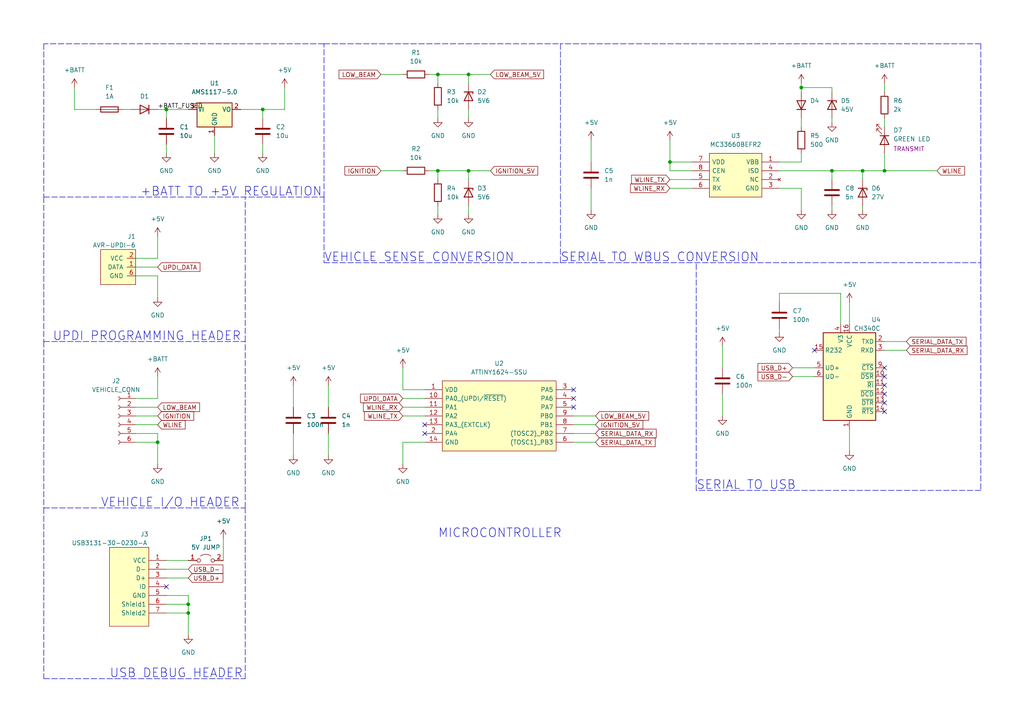
<source format=kicad_sch>
(kicad_sch (version 20211123) (generator eeschema)

  (uuid e63e39d7-6ac0-4ffd-8aa3-1841a4541b55)

  (paper "A4")

  (title_block
    (title "WEBASTO HEATER WBUS CONTROLLER")
    (date "2022-08-12")
    (rev "1.0")
    (company "MATT HADLER")
  )

  (lib_symbols
    (symbol "Connector:AVR-UPDI-6" (pin_names (offset 1.016)) (in_bom yes) (on_board yes)
      (property "Reference" "J?" (id 0) (at 10.16 11.43 0)
        (effects (font (size 1.27 1.27)) (justify right))
      )
      (property "Value" "AVR-UPDI-6" (id 1) (at 10.16 8.89 0)
        (effects (font (size 1.27 1.27)) (justify right))
      )
      (property "Footprint" "" (id 2) (at -6.35 -1.27 90)
        (effects (font (size 1.27 1.27)) hide)
      )
      (property "Datasheet" "https://www.microchip.com/webdoc/GUID-9D10622A-5C16-4405-B092-1BDD437B4976/index.html?GUID-9B349315-2842-4189-B88C-49F4E1055D7F" (id 3) (at -32.385 -13.97 0)
        (effects (font (size 1.27 1.27)) hide)
      )
      (property "ki_keywords" "AVR UPDI Connector" (id 4) (at 0 0 0)
        (effects (font (size 1.27 1.27)) hide)
      )
      (property "ki_description" "Atmel 6-pin UPDI connector" (id 5) (at 0 0 0)
        (effects (font (size 1.27 1.27)) hide)
      )
      (property "ki_fp_filters" "IDC?Header*2x03* Pin?Header*2x03*" (id 6) (at 0 0 0)
        (effects (font (size 1.27 1.27)) hide)
      )
      (symbol "AVR-UPDI-6_0_1"
        (rectangle (start 10.16 7.62) (end 0 -2.54)
          (stroke (width 0) (type default) (color 0 0 0 0))
          (fill (type background))
        )
      )
      (symbol "AVR-UPDI-6_1_1"
        (pin bidirectional line (at 10.16 2.54 180) (length 2.54)
          (name "DATA" (effects (font (size 1.27 1.27))))
          (number "1" (effects (font (size 1.27 1.27))))
        )
        (pin power_out line (at 10.16 5.08 180) (length 2.54)
          (name "VCC" (effects (font (size 1.27 1.27))))
          (number "2" (effects (font (size 1.27 1.27))))
        )
        (pin no_connect line (at -17.78 -5.08 180) (length 2.54) hide
          (name "NC" (effects (font (size 1.27 1.27))))
          (number "3" (effects (font (size 1.27 1.27))))
        )
        (pin no_connect line (at -17.78 -6.35 180) (length 2.54) hide
          (name "NC" (effects (font (size 1.27 1.27))))
          (number "4" (effects (font (size 1.27 1.27))))
        )
        (pin no_connect line (at -17.78 -7.62 180) (length 2.54) hide
          (name "NC" (effects (font (size 1.27 1.27))))
          (number "5" (effects (font (size 1.27 1.27))))
        )
        (pin power_out line (at 10.16 0 180) (length 2.54)
          (name "GND" (effects (font (size 1.27 1.27))))
          (number "6" (effects (font (size 1.27 1.27))))
        )
      )
    )
    (symbol "Connector:Conn_01x06_Female" (pin_names (offset 1.016) hide) (in_bom yes) (on_board yes)
      (property "Reference" "J?" (id 0) (at 0.635 10.16 0)
        (effects (font (size 1.27 1.27)))
      )
      (property "Value" "VEHICLE_CONN" (id 1) (at 0.635 7.62 0)
        (effects (font (size 1.27 1.27)))
      )
      (property "Footprint" "" (id 2) (at 0 0 0)
        (effects (font (size 1.27 1.27)) hide)
      )
      (property "Datasheet" "~" (id 3) (at 0 0 0)
        (effects (font (size 1.27 1.27)) hide)
      )
      (property "ki_keywords" "connector" (id 4) (at 0 0 0)
        (effects (font (size 1.27 1.27)) hide)
      )
      (property "ki_description" "Generic connector, single row, 01x06, script generated (kicad-library-utils/schlib/autogen/connector/)" (id 5) (at 0 0 0)
        (effects (font (size 1.27 1.27)) hide)
      )
      (property "ki_fp_filters" "Connector*:*_1x??_*" (id 6) (at 0 0 0)
        (effects (font (size 1.27 1.27)) hide)
      )
      (symbol "Conn_01x06_Female_1_1"
        (arc (start 0 -7.112) (mid -0.508 -7.62) (end 0 -8.128)
          (stroke (width 0.1524) (type default) (color 0 0 0 0))
          (fill (type none))
        )
        (arc (start 0 -4.572) (mid -0.508 -5.08) (end 0 -5.588)
          (stroke (width 0.1524) (type default) (color 0 0 0 0))
          (fill (type none))
        )
        (arc (start 0 -2.032) (mid -0.508 -2.54) (end 0 -3.048)
          (stroke (width 0.1524) (type default) (color 0 0 0 0))
          (fill (type none))
        )
        (polyline
          (pts
            (xy -1.27 -7.62)
            (xy -0.508 -7.62)
          )
          (stroke (width 0.1524) (type default) (color 0 0 0 0))
          (fill (type none))
        )
        (polyline
          (pts
            (xy -1.27 -5.08)
            (xy -0.508 -5.08)
          )
          (stroke (width 0.1524) (type default) (color 0 0 0 0))
          (fill (type none))
        )
        (polyline
          (pts
            (xy -1.27 -2.54)
            (xy -0.508 -2.54)
          )
          (stroke (width 0.1524) (type default) (color 0 0 0 0))
          (fill (type none))
        )
        (polyline
          (pts
            (xy -1.27 0)
            (xy -0.508 0)
          )
          (stroke (width 0.1524) (type default) (color 0 0 0 0))
          (fill (type none))
        )
        (polyline
          (pts
            (xy -1.27 2.54)
            (xy -0.508 2.54)
          )
          (stroke (width 0.1524) (type default) (color 0 0 0 0))
          (fill (type none))
        )
        (polyline
          (pts
            (xy -1.27 5.08)
            (xy -0.508 5.08)
          )
          (stroke (width 0.1524) (type default) (color 0 0 0 0))
          (fill (type none))
        )
        (arc (start 0 0.508) (mid -0.508 0) (end 0 -0.508)
          (stroke (width 0.1524) (type default) (color 0 0 0 0))
          (fill (type none))
        )
        (arc (start 0 3.048) (mid -0.508 2.54) (end 0 2.032)
          (stroke (width 0.1524) (type default) (color 0 0 0 0))
          (fill (type none))
        )
        (arc (start 0 5.588) (mid -0.508 5.08) (end 0 4.572)
          (stroke (width 0.1524) (type default) (color 0 0 0 0))
          (fill (type none))
        )
        (pin power_in line (at -5.08 5.08 0) (length 3.81)
          (name "Pin_1" (effects (font (size 1.27 1.27))))
          (number "1" (effects (font (size 1.27 1.27))))
        )
        (pin input line (at -5.08 2.54 0) (length 3.81)
          (name "Pin_2" (effects (font (size 1.27 1.27))))
          (number "2" (effects (font (size 1.27 1.27))))
        )
        (pin input line (at -5.08 0 0) (length 3.81)
          (name "Pin_3" (effects (font (size 1.27 1.27))))
          (number "3" (effects (font (size 1.27 1.27))))
        )
        (pin output line (at -5.08 -2.54 0) (length 3.81)
          (name "Pin_4" (effects (font (size 1.27 1.27))))
          (number "4" (effects (font (size 1.27 1.27))))
        )
        (pin power_in line (at -5.08 -5.08 0) (length 3.81)
          (name "Pin_5" (effects (font (size 1.27 1.27))))
          (number "5" (effects (font (size 1.27 1.27))))
        )
        (pin power_in line (at -5.08 -7.62 0) (length 3.81)
          (name "Pin_6" (effects (font (size 1.27 1.27))))
          (number "6" (effects (font (size 1.27 1.27))))
        )
      )
    )
    (symbol "Device:C" (pin_numbers hide) (pin_names (offset 0.254)) (in_bom yes) (on_board yes)
      (property "Reference" "C" (id 0) (at 0.635 2.54 0)
        (effects (font (size 1.27 1.27)) (justify left))
      )
      (property "Value" "C" (id 1) (at 0.635 -2.54 0)
        (effects (font (size 1.27 1.27)) (justify left))
      )
      (property "Footprint" "" (id 2) (at 0.9652 -3.81 0)
        (effects (font (size 1.27 1.27)) hide)
      )
      (property "Datasheet" "~" (id 3) (at 0 0 0)
        (effects (font (size 1.27 1.27)) hide)
      )
      (property "ki_keywords" "cap capacitor" (id 4) (at 0 0 0)
        (effects (font (size 1.27 1.27)) hide)
      )
      (property "ki_description" "Unpolarized capacitor" (id 5) (at 0 0 0)
        (effects (font (size 1.27 1.27)) hide)
      )
      (property "ki_fp_filters" "C_*" (id 6) (at 0 0 0)
        (effects (font (size 1.27 1.27)) hide)
      )
      (symbol "C_0_1"
        (polyline
          (pts
            (xy -2.032 -0.762)
            (xy 2.032 -0.762)
          )
          (stroke (width 0.508) (type default) (color 0 0 0 0))
          (fill (type none))
        )
        (polyline
          (pts
            (xy -2.032 0.762)
            (xy 2.032 0.762)
          )
          (stroke (width 0.508) (type default) (color 0 0 0 0))
          (fill (type none))
        )
      )
      (symbol "C_1_1"
        (pin passive line (at 0 3.81 270) (length 2.794)
          (name "~" (effects (font (size 1.27 1.27))))
          (number "1" (effects (font (size 1.27 1.27))))
        )
        (pin passive line (at 0 -3.81 90) (length 2.794)
          (name "~" (effects (font (size 1.27 1.27))))
          (number "2" (effects (font (size 1.27 1.27))))
        )
      )
    )
    (symbol "Device:D" (pin_numbers hide) (pin_names (offset 1.016) hide) (in_bom yes) (on_board yes)
      (property "Reference" "D" (id 0) (at 0 2.54 0)
        (effects (font (size 1.27 1.27)))
      )
      (property "Value" "D" (id 1) (at 0 -2.54 0)
        (effects (font (size 1.27 1.27)))
      )
      (property "Footprint" "" (id 2) (at 0 0 0)
        (effects (font (size 1.27 1.27)) hide)
      )
      (property "Datasheet" "~" (id 3) (at 0 0 0)
        (effects (font (size 1.27 1.27)) hide)
      )
      (property "ki_keywords" "diode" (id 4) (at 0 0 0)
        (effects (font (size 1.27 1.27)) hide)
      )
      (property "ki_description" "Diode" (id 5) (at 0 0 0)
        (effects (font (size 1.27 1.27)) hide)
      )
      (property "ki_fp_filters" "TO-???* *_Diode_* *SingleDiode* D_*" (id 6) (at 0 0 0)
        (effects (font (size 1.27 1.27)) hide)
      )
      (symbol "D_0_1"
        (polyline
          (pts
            (xy -1.27 1.27)
            (xy -1.27 -1.27)
          )
          (stroke (width 0.254) (type default) (color 0 0 0 0))
          (fill (type none))
        )
        (polyline
          (pts
            (xy 1.27 0)
            (xy -1.27 0)
          )
          (stroke (width 0) (type default) (color 0 0 0 0))
          (fill (type none))
        )
        (polyline
          (pts
            (xy 1.27 1.27)
            (xy 1.27 -1.27)
            (xy -1.27 0)
            (xy 1.27 1.27)
          )
          (stroke (width 0.254) (type default) (color 0 0 0 0))
          (fill (type none))
        )
      )
      (symbol "D_1_1"
        (pin passive line (at -3.81 0 0) (length 2.54)
          (name "K" (effects (font (size 1.27 1.27))))
          (number "1" (effects (font (size 1.27 1.27))))
        )
        (pin passive line (at 3.81 0 180) (length 2.54)
          (name "A" (effects (font (size 1.27 1.27))))
          (number "2" (effects (font (size 1.27 1.27))))
        )
      )
    )
    (symbol "Device:D_Zener" (pin_numbers hide) (pin_names (offset 1.016) hide) (in_bom yes) (on_board yes)
      (property "Reference" "D" (id 0) (at 0 2.54 0)
        (effects (font (size 1.27 1.27)))
      )
      (property "Value" "D_Zener" (id 1) (at 0 -2.54 0)
        (effects (font (size 1.27 1.27)))
      )
      (property "Footprint" "" (id 2) (at 0 0 0)
        (effects (font (size 1.27 1.27)) hide)
      )
      (property "Datasheet" "~" (id 3) (at 0 0 0)
        (effects (font (size 1.27 1.27)) hide)
      )
      (property "ki_keywords" "diode" (id 4) (at 0 0 0)
        (effects (font (size 1.27 1.27)) hide)
      )
      (property "ki_description" "Zener diode" (id 5) (at 0 0 0)
        (effects (font (size 1.27 1.27)) hide)
      )
      (property "ki_fp_filters" "TO-???* *_Diode_* *SingleDiode* D_*" (id 6) (at 0 0 0)
        (effects (font (size 1.27 1.27)) hide)
      )
      (symbol "D_Zener_0_1"
        (polyline
          (pts
            (xy 1.27 0)
            (xy -1.27 0)
          )
          (stroke (width 0) (type default) (color 0 0 0 0))
          (fill (type none))
        )
        (polyline
          (pts
            (xy -1.27 -1.27)
            (xy -1.27 1.27)
            (xy -0.762 1.27)
          )
          (stroke (width 0.254) (type default) (color 0 0 0 0))
          (fill (type none))
        )
        (polyline
          (pts
            (xy 1.27 -1.27)
            (xy 1.27 1.27)
            (xy -1.27 0)
            (xy 1.27 -1.27)
          )
          (stroke (width 0.254) (type default) (color 0 0 0 0))
          (fill (type none))
        )
      )
      (symbol "D_Zener_1_1"
        (pin passive line (at -3.81 0 0) (length 2.54)
          (name "K" (effects (font (size 1.27 1.27))))
          (number "1" (effects (font (size 1.27 1.27))))
        )
        (pin passive line (at 3.81 0 180) (length 2.54)
          (name "A" (effects (font (size 1.27 1.27))))
          (number "2" (effects (font (size 1.27 1.27))))
        )
      )
    )
    (symbol "Device:Fuse" (pin_numbers hide) (pin_names (offset 0)) (in_bom yes) (on_board yes)
      (property "Reference" "F" (id 0) (at 2.032 0 90)
        (effects (font (size 1.27 1.27)))
      )
      (property "Value" "Fuse" (id 1) (at -1.905 0 90)
        (effects (font (size 1.27 1.27)))
      )
      (property "Footprint" "" (id 2) (at -1.778 0 90)
        (effects (font (size 1.27 1.27)) hide)
      )
      (property "Datasheet" "~" (id 3) (at 0 0 0)
        (effects (font (size 1.27 1.27)) hide)
      )
      (property "ki_keywords" "fuse" (id 4) (at 0 0 0)
        (effects (font (size 1.27 1.27)) hide)
      )
      (property "ki_description" "Fuse" (id 5) (at 0 0 0)
        (effects (font (size 1.27 1.27)) hide)
      )
      (property "ki_fp_filters" "*Fuse*" (id 6) (at 0 0 0)
        (effects (font (size 1.27 1.27)) hide)
      )
      (symbol "Fuse_0_1"
        (rectangle (start -0.762 -2.54) (end 0.762 2.54)
          (stroke (width 0.254) (type default) (color 0 0 0 0))
          (fill (type none))
        )
        (polyline
          (pts
            (xy 0 2.54)
            (xy 0 -2.54)
          )
          (stroke (width 0) (type default) (color 0 0 0 0))
          (fill (type none))
        )
      )
      (symbol "Fuse_1_1"
        (pin passive line (at 0 3.81 270) (length 1.27)
          (name "~" (effects (font (size 1.27 1.27))))
          (number "1" (effects (font (size 1.27 1.27))))
        )
        (pin passive line (at 0 -3.81 90) (length 1.27)
          (name "~" (effects (font (size 1.27 1.27))))
          (number "2" (effects (font (size 1.27 1.27))))
        )
      )
    )
    (symbol "Device:LED" (pin_numbers hide) (pin_names (offset 1.016) hide) (in_bom yes) (on_board yes)
      (property "Reference" "D" (id 0) (at 0 2.54 0)
        (effects (font (size 1.27 1.27)))
      )
      (property "Value" "LED" (id 1) (at 0 -2.54 0)
        (effects (font (size 1.27 1.27)))
      )
      (property "Footprint" "" (id 2) (at 0 0 0)
        (effects (font (size 1.27 1.27)) hide)
      )
      (property "Datasheet" "~" (id 3) (at 0 0 0)
        (effects (font (size 1.27 1.27)) hide)
      )
      (property "ki_keywords" "LED diode" (id 4) (at 0 0 0)
        (effects (font (size 1.27 1.27)) hide)
      )
      (property "ki_description" "Light emitting diode" (id 5) (at 0 0 0)
        (effects (font (size 1.27 1.27)) hide)
      )
      (property "ki_fp_filters" "LED* LED_SMD:* LED_THT:*" (id 6) (at 0 0 0)
        (effects (font (size 1.27 1.27)) hide)
      )
      (symbol "LED_0_1"
        (polyline
          (pts
            (xy -1.27 -1.27)
            (xy -1.27 1.27)
          )
          (stroke (width 0.254) (type default) (color 0 0 0 0))
          (fill (type none))
        )
        (polyline
          (pts
            (xy -1.27 0)
            (xy 1.27 0)
          )
          (stroke (width 0) (type default) (color 0 0 0 0))
          (fill (type none))
        )
        (polyline
          (pts
            (xy 1.27 -1.27)
            (xy 1.27 1.27)
            (xy -1.27 0)
            (xy 1.27 -1.27)
          )
          (stroke (width 0.254) (type default) (color 0 0 0 0))
          (fill (type none))
        )
        (polyline
          (pts
            (xy -3.048 -0.762)
            (xy -4.572 -2.286)
            (xy -3.81 -2.286)
            (xy -4.572 -2.286)
            (xy -4.572 -1.524)
          )
          (stroke (width 0) (type default) (color 0 0 0 0))
          (fill (type none))
        )
        (polyline
          (pts
            (xy -1.778 -0.762)
            (xy -3.302 -2.286)
            (xy -2.54 -2.286)
            (xy -3.302 -2.286)
            (xy -3.302 -1.524)
          )
          (stroke (width 0) (type default) (color 0 0 0 0))
          (fill (type none))
        )
      )
      (symbol "LED_1_1"
        (pin passive line (at -3.81 0 0) (length 2.54)
          (name "K" (effects (font (size 1.27 1.27))))
          (number "1" (effects (font (size 1.27 1.27))))
        )
        (pin passive line (at 3.81 0 180) (length 2.54)
          (name "A" (effects (font (size 1.27 1.27))))
          (number "2" (effects (font (size 1.27 1.27))))
        )
      )
    )
    (symbol "Device:R" (pin_numbers hide) (pin_names (offset 0)) (in_bom yes) (on_board yes)
      (property "Reference" "R" (id 0) (at 2.032 0 90)
        (effects (font (size 1.27 1.27)))
      )
      (property "Value" "R" (id 1) (at 0 0 90)
        (effects (font (size 1.27 1.27)))
      )
      (property "Footprint" "" (id 2) (at -1.778 0 90)
        (effects (font (size 1.27 1.27)) hide)
      )
      (property "Datasheet" "~" (id 3) (at 0 0 0)
        (effects (font (size 1.27 1.27)) hide)
      )
      (property "ki_keywords" "R res resistor" (id 4) (at 0 0 0)
        (effects (font (size 1.27 1.27)) hide)
      )
      (property "ki_description" "Resistor" (id 5) (at 0 0 0)
        (effects (font (size 1.27 1.27)) hide)
      )
      (property "ki_fp_filters" "R_*" (id 6) (at 0 0 0)
        (effects (font (size 1.27 1.27)) hide)
      )
      (symbol "R_0_1"
        (rectangle (start -1.016 -2.54) (end 1.016 2.54)
          (stroke (width 0.254) (type default) (color 0 0 0 0))
          (fill (type none))
        )
      )
      (symbol "R_1_1"
        (pin passive line (at 0 3.81 270) (length 1.27)
          (name "~" (effects (font (size 1.27 1.27))))
          (number "1" (effects (font (size 1.27 1.27))))
        )
        (pin passive line (at 0 -3.81 90) (length 1.27)
          (name "~" (effects (font (size 1.27 1.27))))
          (number "2" (effects (font (size 1.27 1.27))))
        )
      )
    )
    (symbol "Interface_USB:CH340C" (in_bom yes) (on_board yes)
      (property "Reference" "U" (id 0) (at -5.08 13.97 0)
        (effects (font (size 1.27 1.27)) (justify right))
      )
      (property "Value" "CH340C" (id 1) (at 1.27 13.97 0)
        (effects (font (size 1.27 1.27)) (justify left))
      )
      (property "Footprint" "Package_SO:SOIC-16_3.9x9.9mm_P1.27mm" (id 2) (at 1.27 -13.97 0)
        (effects (font (size 1.27 1.27)) (justify left) hide)
      )
      (property "Datasheet" "https://datasheet.lcsc.com/szlcsc/Jiangsu-Qin-Heng-CH340C_C84681.pdf" (id 3) (at -8.89 20.32 0)
        (effects (font (size 1.27 1.27)) hide)
      )
      (property "ki_keywords" "USB UART Serial Converter Interface" (id 4) (at 0 0 0)
        (effects (font (size 1.27 1.27)) hide)
      )
      (property "ki_description" "USB serial converter, UART, SOIC-16" (id 5) (at 0 0 0)
        (effects (font (size 1.27 1.27)) hide)
      )
      (property "ki_fp_filters" "SOIC*3.9x9.9mm*P1.27mm*" (id 6) (at 0 0 0)
        (effects (font (size 1.27 1.27)) hide)
      )
      (symbol "CH340C_0_1"
        (rectangle (start -7.62 12.7) (end 7.62 -12.7)
          (stroke (width 0.254) (type default) (color 0 0 0 0))
          (fill (type background))
        )
      )
      (symbol "CH340C_1_1"
        (pin power_in line (at 0 -15.24 90) (length 2.54)
          (name "GND" (effects (font (size 1.27 1.27))))
          (number "1" (effects (font (size 1.27 1.27))))
        )
        (pin input line (at 10.16 0 180) (length 2.54)
          (name "~{DSR}" (effects (font (size 1.27 1.27))))
          (number "10" (effects (font (size 1.27 1.27))))
        )
        (pin input line (at 10.16 -2.54 180) (length 2.54)
          (name "~{RI}" (effects (font (size 1.27 1.27))))
          (number "11" (effects (font (size 1.27 1.27))))
        )
        (pin input line (at 10.16 -5.08 180) (length 2.54)
          (name "~{DCD}" (effects (font (size 1.27 1.27))))
          (number "12" (effects (font (size 1.27 1.27))))
        )
        (pin output line (at 10.16 -7.62 180) (length 2.54)
          (name "~{DTR}" (effects (font (size 1.27 1.27))))
          (number "13" (effects (font (size 1.27 1.27))))
        )
        (pin output line (at 10.16 -10.16 180) (length 2.54)
          (name "~{RTS}" (effects (font (size 1.27 1.27))))
          (number "14" (effects (font (size 1.27 1.27))))
        )
        (pin input line (at -10.16 7.62 0) (length 2.54)
          (name "R232" (effects (font (size 1.27 1.27))))
          (number "15" (effects (font (size 1.27 1.27))))
        )
        (pin power_in line (at 0 15.24 270) (length 2.54)
          (name "VCC" (effects (font (size 1.27 1.27))))
          (number "16" (effects (font (size 1.27 1.27))))
        )
        (pin output line (at 10.16 10.16 180) (length 2.54)
          (name "TXD" (effects (font (size 1.27 1.27))))
          (number "2" (effects (font (size 1.27 1.27))))
        )
        (pin input line (at 10.16 7.62 180) (length 2.54)
          (name "RXD" (effects (font (size 1.27 1.27))))
          (number "3" (effects (font (size 1.27 1.27))))
        )
        (pin passive line (at -2.54 15.24 270) (length 2.54)
          (name "V3" (effects (font (size 1.27 1.27))))
          (number "4" (effects (font (size 1.27 1.27))))
        )
        (pin bidirectional line (at -10.16 2.54 0) (length 2.54)
          (name "UD+" (effects (font (size 1.27 1.27))))
          (number "5" (effects (font (size 1.27 1.27))))
        )
        (pin bidirectional line (at -10.16 0 0) (length 2.54)
          (name "UD-" (effects (font (size 1.27 1.27))))
          (number "6" (effects (font (size 1.27 1.27))))
        )
        (pin no_connect line (at -7.62 -7.62 0) (length 2.54) hide
          (name "NC" (effects (font (size 1.27 1.27))))
          (number "7" (effects (font (size 1.27 1.27))))
        )
        (pin no_connect line (at -7.62 -10.16 0) (length 2.54) hide
          (name "NC" (effects (font (size 1.27 1.27))))
          (number "8" (effects (font (size 1.27 1.27))))
        )
        (pin input line (at 10.16 2.54 180) (length 2.54)
          (name "~{CTS}" (effects (font (size 1.27 1.27))))
          (number "9" (effects (font (size 1.27 1.27))))
        )
      )
    )
    (symbol "Jumper:Jumper_2_Open" (pin_names (offset 0) hide) (in_bom yes) (on_board yes)
      (property "Reference" "JP" (id 0) (at 0 2.794 0)
        (effects (font (size 1.27 1.27)))
      )
      (property "Value" "Jumper_2_Open" (id 1) (at 0 -2.286 0)
        (effects (font (size 1.27 1.27)))
      )
      (property "Footprint" "" (id 2) (at 0 0 0)
        (effects (font (size 1.27 1.27)) hide)
      )
      (property "Datasheet" "~" (id 3) (at 0 0 0)
        (effects (font (size 1.27 1.27)) hide)
      )
      (property "ki_keywords" "Jumper SPST" (id 4) (at 0 0 0)
        (effects (font (size 1.27 1.27)) hide)
      )
      (property "ki_description" "Jumper, 2-pole, open" (id 5) (at 0 0 0)
        (effects (font (size 1.27 1.27)) hide)
      )
      (property "ki_fp_filters" "Jumper* TestPoint*2Pads* TestPoint*Bridge*" (id 6) (at 0 0 0)
        (effects (font (size 1.27 1.27)) hide)
      )
      (symbol "Jumper_2_Open_0_0"
        (circle (center -2.032 0) (radius 0.508)
          (stroke (width 0) (type default) (color 0 0 0 0))
          (fill (type none))
        )
        (circle (center 2.032 0) (radius 0.508)
          (stroke (width 0) (type default) (color 0 0 0 0))
          (fill (type none))
        )
      )
      (symbol "Jumper_2_Open_0_1"
        (arc (start 1.524 1.27) (mid 0 1.778) (end -1.524 1.27)
          (stroke (width 0) (type default) (color 0 0 0 0))
          (fill (type none))
        )
      )
      (symbol "Jumper_2_Open_1_1"
        (pin passive line (at -5.08 0 0) (length 2.54)
          (name "A" (effects (font (size 1.27 1.27))))
          (number "1" (effects (font (size 1.27 1.27))))
        )
        (pin passive line (at 5.08 0 180) (length 2.54)
          (name "B" (effects (font (size 1.27 1.27))))
          (number "2" (effects (font (size 1.27 1.27))))
        )
      )
    )
    (symbol "Regulator_Linear:AMS1117-5.0" (pin_names (offset 0.254)) (in_bom yes) (on_board yes)
      (property "Reference" "U" (id 0) (at -3.81 3.175 0)
        (effects (font (size 1.27 1.27)))
      )
      (property "Value" "AMS1117-5.0" (id 1) (at 0 3.175 0)
        (effects (font (size 1.27 1.27)) (justify left))
      )
      (property "Footprint" "Package_TO_SOT_SMD:SOT-223-3_TabPin2" (id 2) (at 0 5.08 0)
        (effects (font (size 1.27 1.27)) hide)
      )
      (property "Datasheet" "http://www.advanced-monolithic.com/pdf/ds1117.pdf" (id 3) (at 2.54 -6.35 0)
        (effects (font (size 1.27 1.27)) hide)
      )
      (property "ki_keywords" "linear regulator ldo fixed positive" (id 4) (at 0 0 0)
        (effects (font (size 1.27 1.27)) hide)
      )
      (property "ki_description" "1A Low Dropout regulator, positive, 5.0V fixed output, SOT-223" (id 5) (at 0 0 0)
        (effects (font (size 1.27 1.27)) hide)
      )
      (property "ki_fp_filters" "SOT?223*TabPin2*" (id 6) (at 0 0 0)
        (effects (font (size 1.27 1.27)) hide)
      )
      (symbol "AMS1117-5.0_0_1"
        (rectangle (start -5.08 -5.08) (end 5.08 1.905)
          (stroke (width 0.254) (type default) (color 0 0 0 0))
          (fill (type background))
        )
      )
      (symbol "AMS1117-5.0_1_1"
        (pin power_in line (at 0 -7.62 90) (length 2.54)
          (name "GND" (effects (font (size 1.27 1.27))))
          (number "1" (effects (font (size 1.27 1.27))))
        )
        (pin power_out line (at 7.62 0 180) (length 2.54)
          (name "VO" (effects (font (size 1.27 1.27))))
          (number "2" (effects (font (size 1.27 1.27))))
        )
        (pin power_in line (at -7.62 0 0) (length 2.54)
          (name "VI" (effects (font (size 1.27 1.27))))
          (number "3" (effects (font (size 1.27 1.27))))
        )
      )
    )
    (symbol "SAMYSYS:ATTINY1624-SSU" (pin_names (offset 0.762)) (in_bom yes) (on_board yes)
      (property "Reference" "IC?" (id 0) (at 35.56 6.35 0)
        (effects (font (size 1.27 1.27)))
      )
      (property "Value" "ATTINY1624-SSU" (id 1) (at 29.21 3.81 0)
        (effects (font (size 1.27 1.27)))
      )
      (property "Footprint" "SOIC127P600X175-14N" (id 2) (at 71.12 2.54 0)
        (effects (font (size 1.27 1.27)) (justify left) hide)
      )
      (property "Datasheet" "https://ww1.microchip.com/downloads/en/DeviceDoc/ATtiny1624-26-27-DataSheet-DS40002234A.pdf" (id 3) (at 71.12 0 0)
        (effects (font (size 1.27 1.27)) (justify left) hide)
      )
      (property "Description" "Microchip ATTINY1624-SSU, 8bit AVR Microcontroller, ATtiny1624, 20MHz, 16 kB Flash, 14-Pin SOIC14" (id 4) (at 71.12 -2.54 0)
        (effects (font (size 1.27 1.27)) (justify left) hide)
      )
      (property "Height" "1.75" (id 5) (at 71.12 10.16 0)
        (effects (font (size 1.27 1.27)) (justify left) hide)
      )
      (property "Manufacturer_Name" "Microchip" (id 6) (at 71.12 7.62 0)
        (effects (font (size 1.27 1.27)) (justify left) hide)
      )
      (property "Manufacturer_Part_Number" "ATTINY1624-SSU" (id 7) (at 71.12 12.7 0)
        (effects (font (size 1.27 1.27)) (justify left) hide)
      )
      (property "Mouser Part Number" "556-ATTINY1624-SSU" (id 8) (at 71.12 -12.7 0)
        (effects (font (size 1.27 1.27)) (justify left) hide)
      )
      (property "Mouser Price/Stock" "https://www.mouser.co.uk/ProductDetail/Microchip-Technology-Atmel/ATTINY1624-SSU?qs=vmHwEFxEFR%2FHKYGUmUC%2Fzw%3D%3D" (id 9) (at 71.12 -15.24 0)
        (effects (font (size 1.27 1.27)) (justify left) hide)
      )
      (property "Arrow Part Number" "ATTINY1624-SSU" (id 10) (at 71.12 5.08 0)
        (effects (font (size 1.27 1.27)) (justify left) hide)
      )
      (property "Arrow Price/Stock" "https://www.arrow.com/en/products/attiny1624-ssu/microchip-technology?region=nac" (id 11) (at 71.12 -20.32 0)
        (effects (font (size 1.27 1.27)) (justify left) hide)
      )
      (property "ki_description" "Microchip ATTINY1624-SSU, 8bit AVR Microcontroller, ATtiny1624, 20MHz, 16 kB Flash, 14-Pin SOIC14" (id 12) (at 0 0 0)
        (effects (font (size 1.27 1.27)) hide)
      )
      (symbol "ATTINY1624-SSU_0_0"
        (pin power_in line (at 0 0 0) (length 5.08)
          (name "VDD" (effects (font (size 1.27 1.27))))
          (number "1" (effects (font (size 1.27 1.27))))
        )
        (pin passive line (at 0 -2.54 0) (length 5.08)
          (name "PA0_(UPDI/~{RESET})" (effects (font (size 1.27 1.27))))
          (number "10" (effects (font (size 1.27 1.27))))
        )
        (pin passive line (at 0 -5.08 0) (length 5.08)
          (name "PA1" (effects (font (size 1.27 1.27))))
          (number "11" (effects (font (size 1.27 1.27))))
        )
        (pin passive line (at 0 -7.62 0) (length 5.08)
          (name "PA2" (effects (font (size 1.27 1.27))))
          (number "12" (effects (font (size 1.27 1.27))))
        )
        (pin passive line (at 0 -10.16 0) (length 5.08)
          (name "PA3_(EXTCLK)" (effects (font (size 1.27 1.27))))
          (number "13" (effects (font (size 1.27 1.27))))
        )
        (pin power_in line (at 0 -15.24 0) (length 5.08)
          (name "GND" (effects (font (size 1.27 1.27))))
          (number "14" (effects (font (size 1.27 1.27))))
        )
        (pin passive line (at 0 -12.7 0) (length 5.08)
          (name "PA4" (effects (font (size 1.27 1.27))))
          (number "2" (effects (font (size 1.27 1.27))))
        )
        (pin passive line (at 43.18 0 180) (length 5.08)
          (name "PA5" (effects (font (size 1.27 1.27))))
          (number "3" (effects (font (size 1.27 1.27))))
        )
        (pin passive line (at 43.18 -2.54 180) (length 5.08)
          (name "PA6" (effects (font (size 1.27 1.27))))
          (number "4" (effects (font (size 1.27 1.27))))
        )
        (pin passive line (at 43.18 -5.08 180) (length 5.08)
          (name "PA7" (effects (font (size 1.27 1.27))))
          (number "5" (effects (font (size 1.27 1.27))))
        )
        (pin passive line (at 43.18 -15.24 180) (length 5.08)
          (name "(TOSC1)_PB3" (effects (font (size 1.27 1.27))))
          (number "6" (effects (font (size 1.27 1.27))))
        )
        (pin passive line (at 43.18 -12.7 180) (length 5.08)
          (name "(TOSC2)_PB2" (effects (font (size 1.27 1.27))))
          (number "7" (effects (font (size 1.27 1.27))))
        )
        (pin passive line (at 43.18 -10.16 180) (length 5.08)
          (name "PB1" (effects (font (size 1.27 1.27))))
          (number "8" (effects (font (size 1.27 1.27))))
        )
        (pin passive line (at 43.18 -7.62 180) (length 5.08)
          (name "PB0" (effects (font (size 1.27 1.27))))
          (number "9" (effects (font (size 1.27 1.27))))
        )
      )
      (symbol "ATTINY1624-SSU_0_1"
        (rectangle (start 5.08 2.54) (end 38.1 -17.78)
          (stroke (width 0) (type default) (color 0 0 0 0))
          (fill (type background))
        )
      )
    )
    (symbol "SAMYSYS:MC33660BEFR2" (pin_names (offset 0.762)) (in_bom yes) (on_board yes)
      (property "Reference" "IC?" (id 0) (at 12.7 7.62 0)
        (effects (font (size 1.27 1.27)))
      )
      (property "Value" "MC33660BEFR2" (id 1) (at 12.7 5.08 0)
        (effects (font (size 1.27 1.27)))
      )
      (property "Footprint" "SOIC127P600X175-8N" (id 2) (at 21.59 2.54 0)
        (effects (font (size 1.27 1.27)) (justify left) hide)
      )
      (property "Datasheet" "http://www.nxp.com/docs/en/data-sheet/MC33660.pdf" (id 3) (at 21.59 0 0)
        (effects (font (size 1.27 1.27)) (justify left) hide)
      )
      (property "Description" "TRANSCEIVER PHYSICAL LAYER ISO" (id 4) (at 21.59 -2.54 0)
        (effects (font (size 1.27 1.27)) (justify left) hide)
      )
      (property "Height" "1.75" (id 5) (at 21.59 -5.08 0)
        (effects (font (size 1.27 1.27)) (justify left) hide)
      )
      (property "Manufacturer_Name" "NXP" (id 6) (at 21.59 -7.62 0)
        (effects (font (size 1.27 1.27)) (justify left) hide)
      )
      (property "Manufacturer_Part_Number" "MC33660BEFR2" (id 7) (at 21.59 -10.16 0)
        (effects (font (size 1.27 1.27)) (justify left) hide)
      )
      (property "Mouser Part Number" "841-MC33660BEFR2" (id 8) (at 21.59 -12.7 0)
        (effects (font (size 1.27 1.27)) (justify left) hide)
      )
      (property "Mouser Price/Stock" "https://www.mouser.co.uk/ProductDetail/NXP-Semiconductors/MC33660BEFR2?qs=RECgZY%252BK1xJieaNTYUUn4w%3D%3D" (id 9) (at 21.59 -15.24 0)
        (effects (font (size 1.27 1.27)) (justify left) hide)
      )
      (property "Arrow Part Number" "MC33660BEFR2" (id 10) (at 21.59 -17.78 0)
        (effects (font (size 1.27 1.27)) (justify left) hide)
      )
      (property "Arrow Price/Stock" "https://www.arrow.com/en/products/mc33660befr2/nxp-semiconductors?region=nac" (id 11) (at 21.59 -20.32 0)
        (effects (font (size 1.27 1.27)) (justify left) hide)
      )
      (property "ki_description" "TRANSCEIVER PHYSICAL LAYER ISO" (id 12) (at 0 0 0)
        (effects (font (size 1.27 1.27)) hide)
      )
      (symbol "MC33660BEFR2_0_0"
        (pin power_in line (at 25.4 0 180) (length 5.08)
          (name "VBB" (effects (font (size 1.27 1.27))))
          (number "1" (effects (font (size 1.27 1.27))))
        )
        (pin no_connect line (at 25.4 -5.08 180) (length 5.08)
          (name "NC" (effects (font (size 1.27 1.27))))
          (number "2" (effects (font (size 1.27 1.27))))
        )
        (pin power_in line (at 25.4 -7.62 180) (length 5.08)
          (name "GND" (effects (font (size 1.27 1.27))))
          (number "3" (effects (font (size 1.27 1.27))))
        )
        (pin output line (at 25.4 -2.54 180) (length 5.08)
          (name "ISO" (effects (font (size 1.27 1.27))))
          (number "4" (effects (font (size 1.27 1.27))))
        )
        (pin input line (at 0 -5.08 0) (length 5.08)
          (name "TX" (effects (font (size 1.27 1.27))))
          (number "5" (effects (font (size 1.27 1.27))))
        )
        (pin input line (at 0 -7.62 0) (length 5.08)
          (name "RX" (effects (font (size 1.27 1.27))))
          (number "6" (effects (font (size 1.27 1.27))))
        )
        (pin power_in line (at 0 0 0) (length 5.08)
          (name "VDD" (effects (font (size 1.27 1.27))))
          (number "7" (effects (font (size 1.27 1.27))))
        )
        (pin input line (at 0 -2.54 0) (length 5.08)
          (name "CEN" (effects (font (size 1.27 1.27))))
          (number "8" (effects (font (size 1.27 1.27))))
        )
      )
      (symbol "MC33660BEFR2_0_1"
        (rectangle (start 5.08 2.54) (end 20.32 -10.16)
          (stroke (width 0) (type default) (color 0 0 0 0))
          (fill (type background))
        )
      )
    )
    (symbol "SAMYSYS:USB3131-30-0230-A" (pin_names (offset 0.762)) (in_bom yes) (on_board yes)
      (property "Reference" "J?" (id 0) (at -19.05 16.51 0)
        (effects (font (size 1.27 1.27)))
      )
      (property "Value" "USB3131-30-0230-A" (id 1) (at -29.21 13.97 0)
        (effects (font (size 1.27 1.27)))
      )
      (property "Footprint" "USB3131300230A" (id 2) (at 16.51 7.62 0)
        (effects (font (size 1.27 1.27)) (justify left) hide)
      )
      (property "Datasheet" "https://gct.co/files/drawings/usb3131.pdf" (id 3) (at 16.51 5.08 0)
        (effects (font (size 1.27 1.27)) (justify left) hide)
      )
      (property "Description" "GCT (GLOBAL CONNECTOR TECHNOLOGY) - USB3131-30-0230-A - MICRO USB, 2.0 TYPE B, RECEPTACLE, THT" (id 4) (at 16.51 2.54 0)
        (effects (font (size 1.27 1.27)) (justify left) hide)
      )
      (property "Height" "5.6" (id 5) (at 16.51 0 0)
        (effects (font (size 1.27 1.27)) (justify left) hide)
      )
      (property "Manufacturer_Name" "GCT (GLOBAL CONNECTOR TECHNOLOGY)" (id 6) (at 16.51 -2.54 0)
        (effects (font (size 1.27 1.27)) (justify left) hide)
      )
      (property "Manufacturer_Part_Number" "USB3131-30-0230-A" (id 7) (at 16.51 -5.08 0)
        (effects (font (size 1.27 1.27)) (justify left) hide)
      )
      (property "Mouser Part Number" "640-USB3131300230A" (id 8) (at 16.51 -7.62 0)
        (effects (font (size 1.27 1.27)) (justify left) hide)
      )
      (property "Mouser Price/Stock" "https://www.mouser.co.uk/ProductDetail/GCT/USB3131-30-0230-A?qs=KUoIvG%2F9IlYmRfH6E2AKbw%3D%3D" (id 9) (at 16.51 -10.16 0)
        (effects (font (size 1.27 1.27)) (justify left) hide)
      )
      (property "Arrow Part Number" "" (id 10) (at 16.51 -12.7 0)
        (effects (font (size 1.27 1.27)) (justify left) hide)
      )
      (property "Arrow Price/Stock" "" (id 11) (at 16.51 -15.24 0)
        (effects (font (size 1.27 1.27)) (justify left) hide)
      )
      (property "ki_description" "GCT (GLOBAL CONNECTOR TECHNOLOGY) - USB3131-30-0230-A - MICRO USB, 2.0 TYPE B, RECEPTACLE, THT" (id 12) (at 0 0 0)
        (effects (font (size 1.27 1.27)) hide)
      )
      (symbol "USB3131-30-0230-A_0_0"
        (pin power_in line (at -12.7 8.89 180) (length 5.08)
          (name "VCC" (effects (font (size 1.27 1.27))))
          (number "1" (effects (font (size 1.27 1.27))))
        )
        (pin bidirectional line (at -12.7 6.35 180) (length 5.08)
          (name "D-" (effects (font (size 1.27 1.27))))
          (number "2" (effects (font (size 1.27 1.27))))
        )
        (pin bidirectional line (at -12.7 3.81 180) (length 5.08)
          (name "D+" (effects (font (size 1.27 1.27))))
          (number "3" (effects (font (size 1.27 1.27))))
        )
        (pin bidirectional line (at -12.7 1.27 180) (length 5.08)
          (name "ID" (effects (font (size 1.27 1.27))))
          (number "4" (effects (font (size 1.27 1.27))))
        )
        (pin power_in line (at -12.7 -1.27 180) (length 5.08)
          (name "GND" (effects (font (size 1.27 1.27))))
          (number "5" (effects (font (size 1.27 1.27))))
        )
        (pin passive line (at -12.7 -3.81 180) (length 5.08)
          (name "Shield1" (effects (font (size 1.27 1.27))))
          (number "6" (effects (font (size 1.27 1.27))))
        )
        (pin passive line (at -12.7 -6.35 180) (length 5.08)
          (name "Shield2" (effects (font (size 1.27 1.27))))
          (number "7" (effects (font (size 1.27 1.27))))
        )
      )
      (symbol "USB3131-30-0230-A_0_1"
        (rectangle (start -17.78 12.7) (end -29.21 -10.16)
          (stroke (width 0) (type default) (color 0 0 0 0))
          (fill (type background))
        )
      )
    )
    (symbol "power:+5V" (power) (pin_names (offset 0)) (in_bom yes) (on_board yes)
      (property "Reference" "#PWR" (id 0) (at 0 -3.81 0)
        (effects (font (size 1.27 1.27)) hide)
      )
      (property "Value" "+5V" (id 1) (at 0 3.556 0)
        (effects (font (size 1.27 1.27)))
      )
      (property "Footprint" "" (id 2) (at 0 0 0)
        (effects (font (size 1.27 1.27)) hide)
      )
      (property "Datasheet" "" (id 3) (at 0 0 0)
        (effects (font (size 1.27 1.27)) hide)
      )
      (property "ki_keywords" "power-flag" (id 4) (at 0 0 0)
        (effects (font (size 1.27 1.27)) hide)
      )
      (property "ki_description" "Power symbol creates a global label with name \"+5V\"" (id 5) (at 0 0 0)
        (effects (font (size 1.27 1.27)) hide)
      )
      (symbol "+5V_0_1"
        (polyline
          (pts
            (xy -0.762 1.27)
            (xy 0 2.54)
          )
          (stroke (width 0) (type default) (color 0 0 0 0))
          (fill (type none))
        )
        (polyline
          (pts
            (xy 0 0)
            (xy 0 2.54)
          )
          (stroke (width 0) (type default) (color 0 0 0 0))
          (fill (type none))
        )
        (polyline
          (pts
            (xy 0 2.54)
            (xy 0.762 1.27)
          )
          (stroke (width 0) (type default) (color 0 0 0 0))
          (fill (type none))
        )
      )
      (symbol "+5V_1_1"
        (pin power_in line (at 0 0 90) (length 0) hide
          (name "+5V" (effects (font (size 1.27 1.27))))
          (number "1" (effects (font (size 1.27 1.27))))
        )
      )
    )
    (symbol "power:+BATT" (power) (pin_names (offset 0)) (in_bom yes) (on_board yes)
      (property "Reference" "#PWR" (id 0) (at 0 -3.81 0)
        (effects (font (size 1.27 1.27)) hide)
      )
      (property "Value" "+BATT" (id 1) (at 0 3.556 0)
        (effects (font (size 1.27 1.27)))
      )
      (property "Footprint" "" (id 2) (at 0 0 0)
        (effects (font (size 1.27 1.27)) hide)
      )
      (property "Datasheet" "" (id 3) (at 0 0 0)
        (effects (font (size 1.27 1.27)) hide)
      )
      (property "ki_keywords" "power-flag battery" (id 4) (at 0 0 0)
        (effects (font (size 1.27 1.27)) hide)
      )
      (property "ki_description" "Power symbol creates a global label with name \"+BATT\"" (id 5) (at 0 0 0)
        (effects (font (size 1.27 1.27)) hide)
      )
      (symbol "+BATT_0_1"
        (polyline
          (pts
            (xy -0.762 1.27)
            (xy 0 2.54)
          )
          (stroke (width 0) (type default) (color 0 0 0 0))
          (fill (type none))
        )
        (polyline
          (pts
            (xy 0 0)
            (xy 0 2.54)
          )
          (stroke (width 0) (type default) (color 0 0 0 0))
          (fill (type none))
        )
        (polyline
          (pts
            (xy 0 2.54)
            (xy 0.762 1.27)
          )
          (stroke (width 0) (type default) (color 0 0 0 0))
          (fill (type none))
        )
      )
      (symbol "+BATT_1_1"
        (pin power_in line (at 0 0 90) (length 0) hide
          (name "+BATT" (effects (font (size 1.27 1.27))))
          (number "1" (effects (font (size 1.27 1.27))))
        )
      )
    )
    (symbol "power:GND" (power) (pin_names (offset 0)) (in_bom yes) (on_board yes)
      (property "Reference" "#PWR" (id 0) (at 0 -6.35 0)
        (effects (font (size 1.27 1.27)) hide)
      )
      (property "Value" "GND" (id 1) (at 0 -3.81 0)
        (effects (font (size 1.27 1.27)))
      )
      (property "Footprint" "" (id 2) (at 0 0 0)
        (effects (font (size 1.27 1.27)) hide)
      )
      (property "Datasheet" "" (id 3) (at 0 0 0)
        (effects (font (size 1.27 1.27)) hide)
      )
      (property "ki_keywords" "power-flag" (id 4) (at 0 0 0)
        (effects (font (size 1.27 1.27)) hide)
      )
      (property "ki_description" "Power symbol creates a global label with name \"GND\" , ground" (id 5) (at 0 0 0)
        (effects (font (size 1.27 1.27)) hide)
      )
      (symbol "GND_0_1"
        (polyline
          (pts
            (xy 0 0)
            (xy 0 -1.27)
            (xy 1.27 -1.27)
            (xy 0 -2.54)
            (xy -1.27 -1.27)
            (xy 0 -1.27)
          )
          (stroke (width 0) (type default) (color 0 0 0 0))
          (fill (type none))
        )
      )
      (symbol "GND_1_1"
        (pin power_in line (at 0 0 270) (length 0) hide
          (name "GND" (effects (font (size 1.27 1.27))))
          (number "1" (effects (font (size 1.27 1.27))))
        )
      )
    )
  )

  (junction (at 135.89 49.53) (diameter 0) (color 0 0 0 0)
    (uuid 070399de-392b-4088-861c-4546ab93f446)
  )
  (junction (at 54.61 177.8) (diameter 0) (color 0 0 0 0)
    (uuid 13762f4e-1c82-446c-aa87-885744d87016)
  )
  (junction (at 194.31 46.99) (diameter 0) (color 0 0 0 0)
    (uuid 61d8114e-2f38-43fc-ac3f-4897cba59f51)
  )
  (junction (at 232.41 25.4) (diameter 0) (color 0 0 0 0)
    (uuid 6f86f79a-9918-4d69-a22d-2282862ed9ef)
  )
  (junction (at 135.89 21.59) (diameter 0) (color 0 0 0 0)
    (uuid 8a9c707a-968d-47dd-b906-7477b3e5bf97)
  )
  (junction (at 127 49.53) (diameter 0) (color 0 0 0 0)
    (uuid 8cc0448a-2000-4f74-af1b-95dcea707142)
  )
  (junction (at 48.26 31.75) (diameter 0) (color 0 0 0 0)
    (uuid ab4fdced-19f1-4b33-b07c-0f122f524b43)
  )
  (junction (at 241.3 49.53) (diameter 0) (color 0 0 0 0)
    (uuid b0ec4243-fff2-4422-b4c5-f8a1cdb2ad4c)
  )
  (junction (at 256.54 49.53) (diameter 0) (color 0 0 0 0)
    (uuid bc0033c2-9890-402c-8bb6-1a01a01a9e03)
  )
  (junction (at 127 21.59) (diameter 0) (color 0 0 0 0)
    (uuid cd5ada1e-253c-47f1-9971-e207c5d4addf)
  )
  (junction (at 54.61 175.26) (diameter 0) (color 0 0 0 0)
    (uuid d1fbe2ef-6684-4e0a-8f4d-a9b0550ddfcb)
  )
  (junction (at 76.2 31.75) (diameter 0) (color 0 0 0 0)
    (uuid db6258be-420b-4d44-8305-254f41769ec3)
  )
  (junction (at 250.19 49.53) (diameter 0) (color 0 0 0 0)
    (uuid f159f7eb-5129-4d90-bdd8-74f00546c266)
  )
  (junction (at 45.72 128.27) (diameter 0) (color 0 0 0 0)
    (uuid f3f0f6fc-4b9b-4598-b618-4b9fedbd45fb)
  )

  (no_connect (at 123.19 125.73) (uuid 05dc46cd-fee3-4b28-b5ec-d7a526adcbd4))
  (no_connect (at 123.19 123.19) (uuid 05dc46cd-fee3-4b28-b5ec-d7a526adcbd5))
  (no_connect (at 166.37 113.03) (uuid 05dc46cd-fee3-4b28-b5ec-d7a526adcbd6))
  (no_connect (at 166.37 115.57) (uuid 05dc46cd-fee3-4b28-b5ec-d7a526adcbd7))
  (no_connect (at 166.37 118.11) (uuid 05dc46cd-fee3-4b28-b5ec-d7a526adcbd8))
  (no_connect (at 48.26 170.18) (uuid a1852c55-9853-427d-808b-2f614952fc27))
  (no_connect (at 236.22 101.6) (uuid bda96064-b3f8-4045-a7fa-98bd7a606552))
  (no_connect (at 256.54 106.68) (uuid bda96064-b3f8-4045-a7fa-98bd7a606553))
  (no_connect (at 256.54 111.76) (uuid bda96064-b3f8-4045-a7fa-98bd7a606554))
  (no_connect (at 256.54 109.22) (uuid bda96064-b3f8-4045-a7fa-98bd7a606555))
  (no_connect (at 256.54 114.3) (uuid bda96064-b3f8-4045-a7fa-98bd7a606556))
  (no_connect (at 256.54 116.84) (uuid bda96064-b3f8-4045-a7fa-98bd7a606557))
  (no_connect (at 256.54 119.38) (uuid bda96064-b3f8-4045-a7fa-98bd7a606558))

  (wire (pts (xy 232.41 46.99) (xy 226.06 46.99))
    (stroke (width 0) (type default) (color 0 0 0 0))
    (uuid 02a10e46-88d8-4bdc-ad8e-a4472922388c)
  )
  (polyline (pts (xy 201.93 142.24) (xy 201.93 76.2))
    (stroke (width 0) (type default) (color 0 0 0 0))
    (uuid 02a5bace-194c-4e39-a1a2-af5b1001b391)
  )

  (wire (pts (xy 95.25 118.11) (xy 95.25 111.76))
    (stroke (width 0) (type default) (color 0 0 0 0))
    (uuid 04286fb8-c652-4f53-86a5-d30595a518e8)
  )
  (wire (pts (xy 194.31 52.07) (xy 200.66 52.07))
    (stroke (width 0) (type default) (color 0 0 0 0))
    (uuid 04fb46eb-9807-4b33-a556-5b98f7791bc9)
  )
  (wire (pts (xy 82.55 31.75) (xy 76.2 31.75))
    (stroke (width 0) (type default) (color 0 0 0 0))
    (uuid 085f15ea-537a-4fb9-bb6b-4ed03f14b0e4)
  )
  (polyline (pts (xy 284.48 12.7) (xy 284.48 76.2))
    (stroke (width 0) (type default) (color 0 0 0 0))
    (uuid 0b4854f3-64df-4ec5-b8ef-8fef6b402c47)
  )
  (polyline (pts (xy 12.7 147.32) (xy 71.12 147.32))
    (stroke (width 0) (type default) (color 0 0 0 0))
    (uuid 0e002ea9-8c64-453f-b16a-bf1a9ee49ef3)
  )

  (wire (pts (xy 209.55 114.3) (xy 209.55 120.65))
    (stroke (width 0) (type default) (color 0 0 0 0))
    (uuid 0fce77ab-e776-48e4-b0d1-130f52b0df14)
  )
  (wire (pts (xy 45.72 74.93) (xy 39.37 74.93))
    (stroke (width 0) (type default) (color 0 0 0 0))
    (uuid 10d34cb1-c8e1-48a3-9c3a-79f09bff0bd3)
  )
  (wire (pts (xy 45.72 80.01) (xy 45.72 86.36))
    (stroke (width 0) (type default) (color 0 0 0 0))
    (uuid 121a6ee2-7861-4b11-b4b4-6c3c4e0a7c52)
  )
  (polyline (pts (xy 93.98 76.2) (xy 162.56 76.2))
    (stroke (width 0) (type default) (color 0 0 0 0))
    (uuid 124a9b72-753f-4e77-8975-ed9b5dddf86f)
  )
  (polyline (pts (xy 162.56 76.2) (xy 284.48 76.2))
    (stroke (width 0) (type default) (color 0 0 0 0))
    (uuid 1414dc40-fec4-4bfe-bde3-ff5299959ac7)
  )

  (wire (pts (xy 246.38 130.81) (xy 246.38 124.46))
    (stroke (width 0) (type default) (color 0 0 0 0))
    (uuid 16fbfbb6-6ab3-46c2-ad66-b881e66dd273)
  )
  (wire (pts (xy 166.37 128.27) (xy 172.72 128.27))
    (stroke (width 0) (type default) (color 0 0 0 0))
    (uuid 1a027c0b-eb22-4f65-be41-cca280cf56ba)
  )
  (wire (pts (xy 250.19 59.69) (xy 250.19 60.96))
    (stroke (width 0) (type default) (color 0 0 0 0))
    (uuid 1cb5df33-f75e-4dd8-87a0-e53237a34892)
  )
  (wire (pts (xy 39.37 125.73) (xy 45.72 125.73))
    (stroke (width 0) (type default) (color 0 0 0 0))
    (uuid 1d0ea86e-8c02-42b3-b72d-e1c156604643)
  )
  (wire (pts (xy 135.89 31.75) (xy 135.89 34.29))
    (stroke (width 0) (type default) (color 0 0 0 0))
    (uuid 24508ce5-0503-496f-bb98-aaa6759ed519)
  )
  (wire (pts (xy 241.3 26.67) (xy 241.3 25.4))
    (stroke (width 0) (type default) (color 0 0 0 0))
    (uuid 2493b77e-af94-4e2b-9731-be29028e7ca6)
  )
  (wire (pts (xy 39.37 128.27) (xy 45.72 128.27))
    (stroke (width 0) (type default) (color 0 0 0 0))
    (uuid 24b2fef3-c59b-48b3-9888-334554e6fadc)
  )
  (polyline (pts (xy 93.98 57.15) (xy 93.98 76.2))
    (stroke (width 0) (type default) (color 0 0 0 0))
    (uuid 28728eb7-fb06-442d-9f50-6a8c0826e98e)
  )

  (wire (pts (xy 171.45 54.61) (xy 171.45 60.96))
    (stroke (width 0) (type default) (color 0 0 0 0))
    (uuid 29088ca0-a5f2-4700-9c88-e438c2b83f92)
  )
  (wire (pts (xy 127 21.59) (xy 127 24.13))
    (stroke (width 0) (type default) (color 0 0 0 0))
    (uuid 2c6ff004-7c93-4b06-8df9-27bbb04d0c08)
  )
  (wire (pts (xy 229.87 109.22) (xy 236.22 109.22))
    (stroke (width 0) (type default) (color 0 0 0 0))
    (uuid 2dd8f6e8-a71c-4991-8d15-2d836d007c1f)
  )
  (wire (pts (xy 48.26 31.75) (xy 54.61 31.75))
    (stroke (width 0) (type default) (color 0 0 0 0))
    (uuid 2f172c20-73d4-41e0-bfa8-2aa31cc891a1)
  )
  (wire (pts (xy 116.84 118.11) (xy 123.19 118.11))
    (stroke (width 0) (type default) (color 0 0 0 0))
    (uuid 35be25db-32f0-4c7a-afb9-12fb8c256203)
  )
  (wire (pts (xy 232.41 54.61) (xy 226.06 54.61))
    (stroke (width 0) (type default) (color 0 0 0 0))
    (uuid 38cbf4f1-faaa-41ec-a3f7-5bc97e643d8e)
  )
  (wire (pts (xy 39.37 120.65) (xy 45.72 120.65))
    (stroke (width 0) (type default) (color 0 0 0 0))
    (uuid 39c3dd6c-d8e2-4fe4-9c4b-8ff20f334515)
  )
  (wire (pts (xy 246.38 87.63) (xy 246.38 93.98))
    (stroke (width 0) (type default) (color 0 0 0 0))
    (uuid 3a19f3a5-3c5f-439e-a4d5-07aa93ce1569)
  )
  (wire (pts (xy 256.54 34.29) (xy 256.54 36.83))
    (stroke (width 0) (type default) (color 0 0 0 0))
    (uuid 3beadfa1-e739-4fef-9303-6d94882d2bf9)
  )
  (wire (pts (xy 229.87 106.68) (xy 236.22 106.68))
    (stroke (width 0) (type default) (color 0 0 0 0))
    (uuid 41cc0383-8ebe-4312-857e-bd1a10fb5855)
  )
  (wire (pts (xy 116.84 115.57) (xy 123.19 115.57))
    (stroke (width 0) (type default) (color 0 0 0 0))
    (uuid 41ec8509-6c03-4a69-a12f-6819a09380dc)
  )
  (wire (pts (xy 85.09 125.73) (xy 85.09 132.08))
    (stroke (width 0) (type default) (color 0 0 0 0))
    (uuid 4461cd7a-54d3-464d-80de-ac83d9015a54)
  )
  (wire (pts (xy 250.19 49.53) (xy 250.19 52.07))
    (stroke (width 0) (type default) (color 0 0 0 0))
    (uuid 46eed925-f805-48f3-88b5-41971bb80c23)
  )
  (wire (pts (xy 241.3 59.69) (xy 241.3 60.96))
    (stroke (width 0) (type default) (color 0 0 0 0))
    (uuid 4a0dab8e-0bb9-412b-bbc3-68f5ce166512)
  )
  (wire (pts (xy 226.06 49.53) (xy 241.3 49.53))
    (stroke (width 0) (type default) (color 0 0 0 0))
    (uuid 4aa720e6-48a5-4840-9ade-2edc89334143)
  )
  (wire (pts (xy 45.72 125.73) (xy 45.72 128.27))
    (stroke (width 0) (type default) (color 0 0 0 0))
    (uuid 4c737468-f7f6-42d7-a2be-7729f8ccb8f8)
  )
  (polyline (pts (xy 12.7 57.15) (xy 12.7 99.06))
    (stroke (width 0) (type default) (color 0 0 0 0))
    (uuid 4d7eea0b-6b47-4c44-8644-3a4d50cd9ccc)
  )

  (wire (pts (xy 127 31.75) (xy 127 34.29))
    (stroke (width 0) (type default) (color 0 0 0 0))
    (uuid 4db0c6d6-e954-4c26-93cc-ba4a729c3544)
  )
  (wire (pts (xy 241.3 34.29) (xy 241.3 35.56))
    (stroke (width 0) (type default) (color 0 0 0 0))
    (uuid 4ecf0738-9187-4c28-bb1e-946d67e207fb)
  )
  (wire (pts (xy 166.37 125.73) (xy 172.72 125.73))
    (stroke (width 0) (type default) (color 0 0 0 0))
    (uuid 53b49884-e9a8-4f1d-b59a-606678c5047b)
  )
  (polyline (pts (xy 12.7 196.85) (xy 71.12 196.85))
    (stroke (width 0) (type default) (color 0 0 0 0))
    (uuid 5428a76e-1c7d-4c1b-b5ea-bec5c0448753)
  )

  (wire (pts (xy 200.66 49.53) (xy 194.31 49.53))
    (stroke (width 0) (type default) (color 0 0 0 0))
    (uuid 542bcce3-854a-4b08-b82f-71d3feabf686)
  )
  (wire (pts (xy 116.84 134.62) (xy 116.84 128.27))
    (stroke (width 0) (type default) (color 0 0 0 0))
    (uuid 54e40003-c412-4f16-bd76-d56a3c45f4ad)
  )
  (polyline (pts (xy 12.7 147.32) (xy 12.7 196.85))
    (stroke (width 0) (type default) (color 0 0 0 0))
    (uuid 586916cb-cc36-43ce-b740-2296a23e8fbc)
  )
  (polyline (pts (xy 71.12 196.85) (xy 71.12 147.32))
    (stroke (width 0) (type default) (color 0 0 0 0))
    (uuid 597ba48b-daba-4b1f-9024-0cf8d57b107b)
  )

  (wire (pts (xy 69.85 31.75) (xy 76.2 31.75))
    (stroke (width 0) (type default) (color 0 0 0 0))
    (uuid 5c07ff65-f869-4fc9-82e4-581d55224c18)
  )
  (wire (pts (xy 135.89 52.07) (xy 135.89 49.53))
    (stroke (width 0) (type default) (color 0 0 0 0))
    (uuid 5d89ce71-8b7e-4003-9498-39e7ba247137)
  )
  (wire (pts (xy 76.2 41.91) (xy 76.2 44.45))
    (stroke (width 0) (type default) (color 0 0 0 0))
    (uuid 5e4be7d1-b2cc-477d-a3dc-89b015bc0690)
  )
  (wire (pts (xy 21.59 31.75) (xy 21.59 25.4))
    (stroke (width 0) (type default) (color 0 0 0 0))
    (uuid 5ec7c811-3238-4071-bf58-215f695d3daa)
  )
  (wire (pts (xy 232.41 44.45) (xy 232.41 46.99))
    (stroke (width 0) (type default) (color 0 0 0 0))
    (uuid 5f1f0ec3-e7d6-4757-8f47-6e0be5ec53be)
  )
  (polyline (pts (xy 12.7 99.06) (xy 12.7 147.32))
    (stroke (width 0) (type default) (color 0 0 0 0))
    (uuid 6064737f-887f-4d85-8459-9abf014dda64)
  )

  (wire (pts (xy 48.26 167.64) (xy 54.61 167.64))
    (stroke (width 0) (type default) (color 0 0 0 0))
    (uuid 60b35462-02b7-4616-b47e-7704930376a9)
  )
  (polyline (pts (xy 71.12 147.32) (xy 71.12 99.06))
    (stroke (width 0) (type default) (color 0 0 0 0))
    (uuid 61786156-daed-4282-89d7-09738547db07)
  )
  (polyline (pts (xy 12.7 12.7) (xy 12.7 57.15))
    (stroke (width 0) (type default) (color 0 0 0 0))
    (uuid 61d0fde5-84dd-489f-b2a7-306ba668fe57)
  )

  (wire (pts (xy 54.61 175.26) (xy 54.61 177.8))
    (stroke (width 0) (type default) (color 0 0 0 0))
    (uuid 63528f86-12a8-41c9-a9a7-5e24ae88920f)
  )
  (wire (pts (xy 166.37 123.19) (xy 172.72 123.19))
    (stroke (width 0) (type default) (color 0 0 0 0))
    (uuid 641c2d9a-e9a4-407f-b19d-00d483058908)
  )
  (polyline (pts (xy 12.7 99.06) (xy 71.12 99.06))
    (stroke (width 0) (type default) (color 0 0 0 0))
    (uuid 6563876a-b717-4a2c-bc48-d58bea76dc78)
  )

  (wire (pts (xy 48.26 31.75) (xy 48.26 34.29))
    (stroke (width 0) (type default) (color 0 0 0 0))
    (uuid 68186fee-76b6-4800-b1de-80a01bbeaafe)
  )
  (wire (pts (xy 27.94 31.75) (xy 21.59 31.75))
    (stroke (width 0) (type default) (color 0 0 0 0))
    (uuid 68a2b518-1230-4c95-a5d3-39e828a417a1)
  )
  (wire (pts (xy 226.06 85.09) (xy 243.84 85.09))
    (stroke (width 0) (type default) (color 0 0 0 0))
    (uuid 6cf6a6e2-051b-4631-9f8d-3e1af702fb6d)
  )
  (wire (pts (xy 194.31 54.61) (xy 200.66 54.61))
    (stroke (width 0) (type default) (color 0 0 0 0))
    (uuid 6eaee241-e5ef-4bfa-9560-071c4382a77d)
  )
  (wire (pts (xy 256.54 44.45) (xy 256.54 49.53))
    (stroke (width 0) (type default) (color 0 0 0 0))
    (uuid 6ee35091-7c87-4bad-abb9-304710dd3b6c)
  )
  (wire (pts (xy 82.55 25.4) (xy 82.55 31.75))
    (stroke (width 0) (type default) (color 0 0 0 0))
    (uuid 731676c0-86ee-40c4-89ac-8b37f7f2f028)
  )
  (polyline (pts (xy 162.56 12.7) (xy 162.56 76.2))
    (stroke (width 0) (type default) (color 0 0 0 0))
    (uuid 75719a7d-8e8c-468c-bba6-48c587d8f656)
  )
  (polyline (pts (xy 93.98 12.7) (xy 162.56 12.7))
    (stroke (width 0) (type default) (color 0 0 0 0))
    (uuid 775a5ed4-dd12-456d-b63e-8b28a6a0c98c)
  )

  (wire (pts (xy 116.84 128.27) (xy 123.19 128.27))
    (stroke (width 0) (type default) (color 0 0 0 0))
    (uuid 77a9d2db-cc4a-4334-90a8-5e1a3c9c994b)
  )
  (wire (pts (xy 250.19 49.53) (xy 256.54 49.53))
    (stroke (width 0) (type default) (color 0 0 0 0))
    (uuid 7ac27d21-4802-40b6-babe-1c6b21531ec6)
  )
  (wire (pts (xy 232.41 60.96) (xy 232.41 54.61))
    (stroke (width 0) (type default) (color 0 0 0 0))
    (uuid 7d300deb-ae21-4534-bf47-09d328c482f7)
  )
  (wire (pts (xy 110.49 49.53) (xy 116.84 49.53))
    (stroke (width 0) (type default) (color 0 0 0 0))
    (uuid 80800ff5-5bc0-4c07-846e-4ace7b46f14d)
  )
  (wire (pts (xy 241.3 49.53) (xy 241.3 52.07))
    (stroke (width 0) (type default) (color 0 0 0 0))
    (uuid 83a44948-17e2-4db6-87df-1b6b20a73f7e)
  )
  (wire (pts (xy 116.84 120.65) (xy 123.19 120.65))
    (stroke (width 0) (type default) (color 0 0 0 0))
    (uuid 843f4c4c-87d7-471a-86dd-9e7c4223d280)
  )
  (wire (pts (xy 35.56 31.75) (xy 38.1 31.75))
    (stroke (width 0) (type default) (color 0 0 0 0))
    (uuid 88db0f04-f780-4a2d-848b-74f6e118167c)
  )
  (wire (pts (xy 39.37 80.01) (xy 45.72 80.01))
    (stroke (width 0) (type default) (color 0 0 0 0))
    (uuid 8bd7f1a2-7c20-4d2b-a444-78ed77f42c9f)
  )
  (wire (pts (xy 39.37 118.11) (xy 45.72 118.11))
    (stroke (width 0) (type default) (color 0 0 0 0))
    (uuid 8e244810-22ea-428e-a9ca-214033956365)
  )
  (polyline (pts (xy 284.48 12.7) (xy 162.56 12.7))
    (stroke (width 0) (type default) (color 0 0 0 0))
    (uuid 8e352944-437c-4e2a-8ded-b38f63a0b950)
  )

  (wire (pts (xy 135.89 59.69) (xy 135.89 62.23))
    (stroke (width 0) (type default) (color 0 0 0 0))
    (uuid 8fef452a-af09-4329-80e1-0a6e842f4010)
  )
  (wire (pts (xy 45.72 68.58) (xy 45.72 74.93))
    (stroke (width 0) (type default) (color 0 0 0 0))
    (uuid 90322846-c3a4-4b00-9fe2-330ea8737bca)
  )
  (wire (pts (xy 194.31 49.53) (xy 194.31 46.99))
    (stroke (width 0) (type default) (color 0 0 0 0))
    (uuid 90f9137c-cc3b-40dd-8746-50a740606681)
  )
  (wire (pts (xy 39.37 115.57) (xy 45.72 115.57))
    (stroke (width 0) (type default) (color 0 0 0 0))
    (uuid 9104c1ad-5099-46f9-b731-3b763f5751aa)
  )
  (wire (pts (xy 135.89 21.59) (xy 142.24 21.59))
    (stroke (width 0) (type default) (color 0 0 0 0))
    (uuid 917cb570-01dc-46fa-9dcf-5f0ceb19c883)
  )
  (wire (pts (xy 85.09 118.11) (xy 85.09 111.76))
    (stroke (width 0) (type default) (color 0 0 0 0))
    (uuid 928261c0-a89e-410a-8cfc-1c34881d9b83)
  )
  (wire (pts (xy 54.61 172.72) (xy 54.61 175.26))
    (stroke (width 0) (type default) (color 0 0 0 0))
    (uuid 930632a6-61f0-4068-ad84-3d47fd43cb9f)
  )
  (wire (pts (xy 232.41 25.4) (xy 232.41 26.67))
    (stroke (width 0) (type default) (color 0 0 0 0))
    (uuid 9841ed5d-a747-4d09-b5ab-dab4a88fcd22)
  )
  (wire (pts (xy 256.54 101.6) (xy 262.89 101.6))
    (stroke (width 0) (type default) (color 0 0 0 0))
    (uuid 9aa8c9b8-f7a0-4255-818e-a9c77af60dd6)
  )
  (wire (pts (xy 194.31 40.64) (xy 194.31 46.99))
    (stroke (width 0) (type default) (color 0 0 0 0))
    (uuid 9b722712-9c00-4d99-bf88-9b495e6e253a)
  )
  (wire (pts (xy 135.89 21.59) (xy 127 21.59))
    (stroke (width 0) (type default) (color 0 0 0 0))
    (uuid 9bdbdf03-c68e-4e00-9950-ab5f02767f6f)
  )
  (polyline (pts (xy 284.48 142.24) (xy 201.93 142.24))
    (stroke (width 0) (type default) (color 0 0 0 0))
    (uuid 9cd077b2-e049-466a-a6cd-f1e26f56f687)
  )

  (wire (pts (xy 135.89 49.53) (xy 127 49.53))
    (stroke (width 0) (type default) (color 0 0 0 0))
    (uuid 9d066ae5-2267-4d09-a1a8-14da10f46607)
  )
  (wire (pts (xy 48.26 165.1) (xy 54.61 165.1))
    (stroke (width 0) (type default) (color 0 0 0 0))
    (uuid 9f9989ae-5118-4d6a-836f-ba0288cc5acc)
  )
  (polyline (pts (xy 12.7 57.15) (xy 93.98 57.15))
    (stroke (width 0) (type dash) (color 0 0 0 0))
    (uuid a0b762f6-f452-4fea-9309-a63c1e3b9308)
  )

  (wire (pts (xy 127 59.69) (xy 127 62.23))
    (stroke (width 0) (type default) (color 0 0 0 0))
    (uuid a20ea786-1f08-4f09-99a2-f4fdb9959a3d)
  )
  (wire (pts (xy 48.26 172.72) (xy 54.61 172.72))
    (stroke (width 0) (type default) (color 0 0 0 0))
    (uuid a81b6b32-493c-4f7f-9e15-243bd4ef7ac6)
  )
  (wire (pts (xy 135.89 49.53) (xy 142.24 49.53))
    (stroke (width 0) (type default) (color 0 0 0 0))
    (uuid a920e252-aff4-4db0-b439-404318fc64a4)
  )
  (wire (pts (xy 124.46 49.53) (xy 127 49.53))
    (stroke (width 0) (type default) (color 0 0 0 0))
    (uuid a9b5c538-0fe1-4bc4-a3f8-4c20ad2bd99a)
  )
  (wire (pts (xy 64.77 162.56) (xy 64.77 156.21))
    (stroke (width 0) (type default) (color 0 0 0 0))
    (uuid ab03392b-cbf0-4506-8407-5ef99330631e)
  )
  (wire (pts (xy 127 49.53) (xy 127 52.07))
    (stroke (width 0) (type default) (color 0 0 0 0))
    (uuid ab9a1073-5210-4968-b50f-bc9e05d373c8)
  )
  (wire (pts (xy 256.54 99.06) (xy 262.89 99.06))
    (stroke (width 0) (type default) (color 0 0 0 0))
    (uuid afb19e6f-ece3-490e-a5bc-745f4ff85a49)
  )
  (wire (pts (xy 243.84 85.09) (xy 243.84 93.98))
    (stroke (width 0) (type default) (color 0 0 0 0))
    (uuid b124a40c-349f-47e7-9914-07d0c715b55b)
  )
  (wire (pts (xy 116.84 113.03) (xy 123.19 113.03))
    (stroke (width 0) (type default) (color 0 0 0 0))
    (uuid b1a20c2f-fe77-4d1e-a33e-06f83a0654e2)
  )
  (wire (pts (xy 95.25 125.73) (xy 95.25 132.08))
    (stroke (width 0) (type default) (color 0 0 0 0))
    (uuid b4f8838c-293e-46ac-ae84-9ecbc561225b)
  )
  (wire (pts (xy 76.2 31.75) (xy 76.2 34.29))
    (stroke (width 0) (type default) (color 0 0 0 0))
    (uuid bb0bafda-1538-4f09-80ef-c3357f1580be)
  )
  (wire (pts (xy 39.37 123.19) (xy 45.72 123.19))
    (stroke (width 0) (type default) (color 0 0 0 0))
    (uuid bb663f1b-c811-4473-a6fa-cec54151b31a)
  )
  (wire (pts (xy 209.55 106.68) (xy 209.55 100.33))
    (stroke (width 0) (type default) (color 0 0 0 0))
    (uuid bb7cf81a-8a32-4f83-8939-9137e28dbdd8)
  )
  (wire (pts (xy 256.54 24.13) (xy 256.54 26.67))
    (stroke (width 0) (type default) (color 0 0 0 0))
    (uuid bd0cf2bd-7e34-4699-837f-dbb6e64681ce)
  )
  (wire (pts (xy 124.46 21.59) (xy 127 21.59))
    (stroke (width 0) (type default) (color 0 0 0 0))
    (uuid bebbc6eb-7eac-4dff-80a2-5df0c4c3fc85)
  )
  (wire (pts (xy 62.23 39.37) (xy 62.23 44.45))
    (stroke (width 0) (type default) (color 0 0 0 0))
    (uuid c0671d72-8a96-4b76-8770-5c4b0e0a61d9)
  )
  (wire (pts (xy 256.54 49.53) (xy 271.78 49.53))
    (stroke (width 0) (type default) (color 0 0 0 0))
    (uuid c0af68b1-d3ee-438d-a2d0-aad7b0374e78)
  )
  (wire (pts (xy 48.26 177.8) (xy 54.61 177.8))
    (stroke (width 0) (type default) (color 0 0 0 0))
    (uuid c1c93dbd-e489-48d1-8ab5-1e961272fda6)
  )
  (wire (pts (xy 116.84 106.68) (xy 116.84 113.03))
    (stroke (width 0) (type default) (color 0 0 0 0))
    (uuid c237c8cb-dd0b-4bf6-a6e2-f3b54d951410)
  )
  (wire (pts (xy 241.3 49.53) (xy 250.19 49.53))
    (stroke (width 0) (type default) (color 0 0 0 0))
    (uuid c6859570-1bdb-4b80-9dbe-e969f489dc81)
  )
  (wire (pts (xy 45.72 31.75) (xy 48.26 31.75))
    (stroke (width 0) (type default) (color 0 0 0 0))
    (uuid ca631d22-7fae-43af-a6b4-dffbaec9e646)
  )
  (wire (pts (xy 54.61 177.8) (xy 54.61 184.15))
    (stroke (width 0) (type default) (color 0 0 0 0))
    (uuid d045ad2a-6af2-4aeb-bdb8-b3fce19e7cfe)
  )
  (polyline (pts (xy 284.48 76.2) (xy 284.48 142.24))
    (stroke (width 0) (type default) (color 0 0 0 0))
    (uuid d644821e-fa0e-4008-9639-9b8afe7ed63a)
  )

  (wire (pts (xy 45.72 115.57) (xy 45.72 109.22))
    (stroke (width 0) (type default) (color 0 0 0 0))
    (uuid d65a1355-bda7-4c93-9c31-a0db6a9d29bd)
  )
  (wire (pts (xy 48.26 41.91) (xy 48.26 44.45))
    (stroke (width 0) (type default) (color 0 0 0 0))
    (uuid db5d82f0-5f9e-487b-95be-f9cf83ed0883)
  )
  (wire (pts (xy 110.49 21.59) (xy 116.84 21.59))
    (stroke (width 0) (type default) (color 0 0 0 0))
    (uuid ddf5a277-85fc-4108-9726-ada273acc370)
  )
  (wire (pts (xy 48.26 162.56) (xy 54.61 162.56))
    (stroke (width 0) (type default) (color 0 0 0 0))
    (uuid e3f76c7f-3ab3-4635-9f60-ff7d13c8ada6)
  )
  (wire (pts (xy 241.3 25.4) (xy 232.41 25.4))
    (stroke (width 0) (type default) (color 0 0 0 0))
    (uuid e41b59f6-d441-40d3-964b-3fb2624f11d6)
  )
  (wire (pts (xy 171.45 46.99) (xy 171.45 40.64))
    (stroke (width 0) (type default) (color 0 0 0 0))
    (uuid ed36ccbb-aad6-4f68-8e1b-c4b026606bda)
  )
  (wire (pts (xy 232.41 24.13) (xy 232.41 25.4))
    (stroke (width 0) (type default) (color 0 0 0 0))
    (uuid ee62cc53-eef4-4e4a-bc3a-6e69755d90cf)
  )
  (wire (pts (xy 194.31 46.99) (xy 200.66 46.99))
    (stroke (width 0) (type default) (color 0 0 0 0))
    (uuid ee8063fa-dc8f-4699-a43b-6f614465f47d)
  )
  (polyline (pts (xy 93.98 12.7) (xy 12.7 12.7))
    (stroke (width 0) (type default) (color 0 0 0 0))
    (uuid eec19cd2-00f9-412a-b28c-cf983cd23eee)
  )

  (wire (pts (xy 226.06 95.25) (xy 226.06 96.52))
    (stroke (width 0) (type default) (color 0 0 0 0))
    (uuid f01cd36d-8088-4459-952c-5793e973b118)
  )
  (wire (pts (xy 232.41 34.29) (xy 232.41 36.83))
    (stroke (width 0) (type default) (color 0 0 0 0))
    (uuid f1780be6-174a-426a-8cba-a264a9992759)
  )
  (polyline (pts (xy 71.12 99.06) (xy 71.12 57.15))
    (stroke (width 0) (type default) (color 0 0 0 0))
    (uuid f258b45a-7e2b-42b4-b998-dbb5d43b6983)
  )

  (wire (pts (xy 226.06 85.09) (xy 226.06 87.63))
    (stroke (width 0) (type default) (color 0 0 0 0))
    (uuid f6dbaf1e-0928-49c7-88de-cd9837d85059)
  )
  (wire (pts (xy 48.26 175.26) (xy 54.61 175.26))
    (stroke (width 0) (type default) (color 0 0 0 0))
    (uuid f757b02a-13fb-4af6-b79d-cb046f8f06e5)
  )
  (polyline (pts (xy 93.98 57.15) (xy 93.98 12.7))
    (stroke (width 0) (type default) (color 0 0 0 0))
    (uuid f80faa64-a55f-42ba-9968-9b22b207d056)
  )

  (wire (pts (xy 45.72 128.27) (xy 45.72 134.62))
    (stroke (width 0) (type default) (color 0 0 0 0))
    (uuid f8532747-b371-4d88-aa7b-18fd3dec0b14)
  )
  (wire (pts (xy 135.89 24.13) (xy 135.89 21.59))
    (stroke (width 0) (type default) (color 0 0 0 0))
    (uuid f85e3134-476f-4ec3-9158-fb8ea5ae583b)
  )
  (wire (pts (xy 39.37 77.47) (xy 45.72 77.47))
    (stroke (width 0) (type default) (color 0 0 0 0))
    (uuid fabae970-cc34-43f3-8f4a-e065bb959174)
  )
  (wire (pts (xy 166.37 120.65) (xy 172.72 120.65))
    (stroke (width 0) (type default) (color 0 0 0 0))
    (uuid ffdc1987-a006-452e-ab13-a128b3a5b614)
  )

  (text "UPDI PROGRAMMING HEADER" (at 15.24 99.06 0)
    (effects (font (size 2.54 2.54)) (justify left bottom))
    (uuid 233c9769-aad3-47d1-bb9a-a2008e8b9a0e)
  )
  (text "+BATT TO +5V REGULATION" (at 40.64 57.15 0)
    (effects (font (size 2.54 2.54)) (justify left bottom))
    (uuid 43a71162-a7ac-454a-ada7-ec34e0a99c97)
  )
  (text "SERIAL TO USB\n" (at 201.93 142.24 0)
    (effects (font (size 2.54 2.54)) (justify left bottom))
    (uuid 66199c52-7387-4dce-8e3c-5e5dfeebad64)
  )
  (text "MICROCONTROLLER" (at 127 156.21 0)
    (effects (font (size 2.54 2.54)) (justify left bottom))
    (uuid 6dfbda07-b761-4444-888f-069dd69b68db)
  )
  (text "USB DEBUG HEADER" (at 31.75 196.85 0)
    (effects (font (size 2.54 2.54)) (justify left bottom))
    (uuid 9141c657-2b1f-4ae0-838f-b10023767596)
  )
  (text "VEHICLE I/O HEADER\n" (at 29.21 147.32 0)
    (effects (font (size 2.54 2.54)) (justify left bottom))
    (uuid d1a00793-d672-4de9-adf3-8e1672a54b3b)
  )
  (text "VEHICLE SENSE CONVERSION\n" (at 93.98 76.2 0)
    (effects (font (size 2.54 2.54)) (justify left bottom))
    (uuid f5799623-f320-4cd0-9422-b83cc61698df)
  )
  (text "SERIAL TO WBUS CONVERSION" (at 162.56 76.2 0)
    (effects (font (size 2.54 2.54)) (justify left bottom))
    (uuid fe9d54d6-1842-4dc4-9085-1061c65cf3c6)
  )

  (label "+BATT_FUSED" (at 45.72 31.75 0)
    (effects (font (size 1.27 1.27)) (justify left bottom))
    (uuid 1e8884a3-001c-42b2-ba95-0251a209211f)
  )

  (global_label "WLINE_RX" (shape input) (at 194.31 54.61 180) (fields_autoplaced)
    (effects (font (size 1.27 1.27)) (justify right))
    (uuid 04eaa0bb-9701-4ab6-b728-456f243b7388)
    (property "Intersheet References" "${INTERSHEET_REFS}" (id 0) (at 374.65 106.68 0)
      (effects (font (size 1.27 1.27)) hide)
    )
  )
  (global_label "WLINE" (shape input) (at 271.78 49.53 0) (fields_autoplaced)
    (effects (font (size 1.27 1.27)) (justify left))
    (uuid 1af327e5-f364-4f95-ab5a-f07a504e9481)
    (property "Intersheet References" "${INTERSHEET_REFS}" (id 0) (at 279.7569 49.4506 0)
      (effects (font (size 1.27 1.27)) (justify left) hide)
    )
  )
  (global_label "LOW_BEAM" (shape input) (at 45.72 118.11 0) (fields_autoplaced)
    (effects (font (size 1.27 1.27)) (justify left))
    (uuid 2120542b-8847-424a-a638-de54832a7a16)
    (property "Intersheet References" "${INTERSHEET_REFS}" (id 0) (at 147.32 256.54 0)
      (effects (font (size 1.27 1.27)) hide)
    )
  )
  (global_label "UPDI_DATA" (shape input) (at 116.84 115.57 180) (fields_autoplaced)
    (effects (font (size 1.27 1.27)) (justify right))
    (uuid 276efaa6-d9e9-4f80-81f0-cbe70f16275e)
    (property "Intersheet References" "${INTERSHEET_REFS}" (id 0) (at 104.5693 115.6494 0)
      (effects (font (size 1.27 1.27)) (justify right) hide)
    )
  )
  (global_label "SERIAL_DATA_RX" (shape input) (at 262.89 101.6 0) (fields_autoplaced)
    (effects (font (size 1.27 1.27)) (justify left))
    (uuid 397f46ca-5b8c-482d-91b7-24f93c48081a)
    (property "Intersheet References" "${INTERSHEET_REFS}" (id 0) (at 280.4826 101.5206 0)
      (effects (font (size 1.27 1.27)) (justify left) hide)
    )
  )
  (global_label "IGNITION" (shape input) (at 45.72 120.65 0) (fields_autoplaced)
    (effects (font (size 1.27 1.27)) (justify left))
    (uuid 3aff39bf-a754-47b7-b1ab-0fa21bea58d7)
    (property "Intersheet References" "${INTERSHEET_REFS}" (id 0) (at 147.32 261.62 0)
      (effects (font (size 1.27 1.27)) hide)
    )
  )
  (global_label "WLINE_TX" (shape input) (at 194.31 52.07 180) (fields_autoplaced)
    (effects (font (size 1.27 1.27)) (justify right))
    (uuid 4c7dd942-0958-4fa2-b9a4-c93ed8f85f63)
    (property "Intersheet References" "${INTERSHEET_REFS}" (id 0) (at 374.65 101.6 0)
      (effects (font (size 1.27 1.27)) hide)
    )
  )
  (global_label "USB_D-" (shape input) (at 54.61 165.1 0) (fields_autoplaced)
    (effects (font (size 1.27 1.27)) (justify left))
    (uuid 4d92422c-0c2e-46fc-a534-6b0295b78c0e)
    (property "Intersheet References" "${INTERSHEET_REFS}" (id 0) (at 64.6431 165.1794 0)
      (effects (font (size 1.27 1.27)) (justify left) hide)
    )
  )
  (global_label "WLINE_RX" (shape input) (at 116.84 118.11 180) (fields_autoplaced)
    (effects (font (size 1.27 1.27)) (justify right))
    (uuid 5108f01f-dfca-4942-bcc5-289feb65a1c1)
    (property "Intersheet References" "${INTERSHEET_REFS}" (id 0) (at 297.18 170.18 0)
      (effects (font (size 1.27 1.27)) hide)
    )
  )
  (global_label "IGNITION_5V" (shape input) (at 142.24 49.53 0) (fields_autoplaced)
    (effects (font (size 1.27 1.27)) (justify left))
    (uuid 5c5f8f28-760c-448a-bc41-354c178d37f2)
    (property "Intersheet References" "${INTERSHEET_REFS}" (id 0) (at 155.9621 49.4506 0)
      (effects (font (size 1.27 1.27)) (justify left) hide)
    )
  )
  (global_label "SERIAL_DATA_TX" (shape input) (at 262.89 99.06 0) (fields_autoplaced)
    (effects (font (size 1.27 1.27)) (justify left))
    (uuid 7f29bd44-7db6-438a-aa8e-847aa2988bef)
    (property "Intersheet References" "${INTERSHEET_REFS}" (id 0) (at 280.1802 98.9806 0)
      (effects (font (size 1.27 1.27)) (justify left) hide)
    )
  )
  (global_label "WLINE_TX" (shape input) (at 116.84 120.65 180) (fields_autoplaced)
    (effects (font (size 1.27 1.27)) (justify right))
    (uuid 7ffedf63-ebb0-4147-b6aa-2ab293651da9)
    (property "Intersheet References" "${INTERSHEET_REFS}" (id 0) (at 297.18 170.18 0)
      (effects (font (size 1.27 1.27)) hide)
    )
  )
  (global_label "SERIAL_DATA_TX" (shape input) (at 172.72 128.27 0) (fields_autoplaced)
    (effects (font (size 1.27 1.27)) (justify left))
    (uuid 80079696-5b44-465f-9829-28f59e3f8a4f)
    (property "Intersheet References" "${INTERSHEET_REFS}" (id 0) (at 190.0102 128.1906 0)
      (effects (font (size 1.27 1.27)) (justify left) hide)
    )
  )
  (global_label "USB_D-" (shape input) (at 229.87 109.22 180) (fields_autoplaced)
    (effects (font (size 1.27 1.27)) (justify right))
    (uuid 82d923fd-f676-45b8-b6de-cd9efdfdf7d2)
    (property "Intersheet References" "${INTERSHEET_REFS}" (id 0) (at 219.8369 109.1406 0)
      (effects (font (size 1.27 1.27)) (justify right) hide)
    )
  )
  (global_label "WLINE" (shape input) (at 45.72 123.19 0) (fields_autoplaced)
    (effects (font (size 1.27 1.27)) (justify left))
    (uuid 960f1920-07ac-4e32-aa0d-a676eed10af1)
    (property "Intersheet References" "${INTERSHEET_REFS}" (id 0) (at 53.6969 123.1106 0)
      (effects (font (size 1.27 1.27)) (justify left) hide)
    )
  )
  (global_label "IGNITION" (shape input) (at 110.49 49.53 180) (fields_autoplaced)
    (effects (font (size 1.27 1.27)) (justify right))
    (uuid 9906821c-337c-41d0-876c-70ed7ee17b84)
    (property "Intersheet References" "${INTERSHEET_REFS}" (id 0) (at 8.89 -91.44 0)
      (effects (font (size 1.27 1.27)) hide)
    )
  )
  (global_label "IGNITION_5V" (shape input) (at 172.72 123.19 0) (fields_autoplaced)
    (effects (font (size 1.27 1.27)) (justify left))
    (uuid 9a14a8fb-ec71-4355-867a-fbd775ce3d9d)
    (property "Intersheet References" "${INTERSHEET_REFS}" (id 0) (at 186.4421 123.1106 0)
      (effects (font (size 1.27 1.27)) (justify left) hide)
    )
  )
  (global_label "USB_D+" (shape input) (at 54.61 167.64 0) (fields_autoplaced)
    (effects (font (size 1.27 1.27)) (justify left))
    (uuid 9a957e36-6bc5-426b-8daf-f5a57f5fbf6b)
    (property "Intersheet References" "${INTERSHEET_REFS}" (id 0) (at 64.6431 167.7194 0)
      (effects (font (size 1.27 1.27)) (justify left) hide)
    )
  )
  (global_label "USB_D+" (shape input) (at 229.87 106.68 180) (fields_autoplaced)
    (effects (font (size 1.27 1.27)) (justify right))
    (uuid 9be29c89-5971-41ce-8c54-319fb1ec7fc5)
    (property "Intersheet References" "${INTERSHEET_REFS}" (id 0) (at 219.8369 106.6006 0)
      (effects (font (size 1.27 1.27)) (justify right) hide)
    )
  )
  (global_label "LOW_BEAM" (shape input) (at 110.49 21.59 180) (fields_autoplaced)
    (effects (font (size 1.27 1.27)) (justify right))
    (uuid c5612e7f-f918-45f4-8321-85b038d11647)
    (property "Intersheet References" "${INTERSHEET_REFS}" (id 0) (at 8.89 -116.84 0)
      (effects (font (size 1.27 1.27)) hide)
    )
  )
  (global_label "LOW_BEAM_5V" (shape input) (at 142.24 21.59 0) (fields_autoplaced)
    (effects (font (size 1.27 1.27)) (justify left))
    (uuid c8fb1b31-7350-476d-9282-16164bf6f980)
    (property "Intersheet References" "${INTERSHEET_REFS}" (id 0) (at 157.6555 21.5106 0)
      (effects (font (size 1.27 1.27)) (justify left) hide)
    )
  )
  (global_label "LOW_BEAM_5V" (shape input) (at 172.72 120.65 0) (fields_autoplaced)
    (effects (font (size 1.27 1.27)) (justify left))
    (uuid c98f1907-75d6-4591-98b8-aecb647ca30f)
    (property "Intersheet References" "${INTERSHEET_REFS}" (id 0) (at 188.1355 120.5706 0)
      (effects (font (size 1.27 1.27)) (justify left) hide)
    )
  )
  (global_label "UPDI_DATA" (shape input) (at 45.72 77.47 0) (fields_autoplaced)
    (effects (font (size 1.27 1.27)) (justify left))
    (uuid ebd05a6f-45d7-4a60-b32b-83737f89af30)
    (property "Intersheet References" "${INTERSHEET_REFS}" (id 0) (at 57.9907 77.3906 0)
      (effects (font (size 1.27 1.27)) (justify left) hide)
    )
  )
  (global_label "SERIAL_DATA_RX" (shape input) (at 172.72 125.73 0) (fields_autoplaced)
    (effects (font (size 1.27 1.27)) (justify left))
    (uuid f5bad338-ecba-4d00-ab4d-7b9607a26795)
    (property "Intersheet References" "${INTERSHEET_REFS}" (id 0) (at 190.3126 125.6506 0)
      (effects (font (size 1.27 1.27)) (justify left) hide)
    )
  )

  (symbol (lib_id "Device:D") (at 232.41 30.48 90) (unit 1)
    (in_bom yes) (on_board yes) (fields_autoplaced)
    (uuid 028b22f7-6cee-4ddf-b987-1d39803fd8ea)
    (property "Reference" "D4" (id 0) (at 234.95 29.2099 90)
      (effects (font (size 1.27 1.27)) (justify right))
    )
    (property "Value" "D" (id 1) (at 234.95 31.7499 90)
      (effects (font (size 1.27 1.27)) (justify right) hide)
    )
    (property "Footprint" "Diode_SMD:D_SOD-323_HandSoldering" (id 2) (at 232.41 30.48 0)
      (effects (font (size 1.27 1.27)) hide)
    )
    (property "Datasheet" "~" (id 3) (at 232.41 30.48 0)
      (effects (font (size 1.27 1.27)) hide)
    )
    (pin "1" (uuid 6632202d-0e7d-4464-b189-38593e73e07a))
    (pin "2" (uuid 1fb7fc84-03c6-46e2-a4a1-f82e382ea32d))
  )

  (symbol (lib_id "Device:LED") (at 256.54 40.64 270) (unit 1)
    (in_bom yes) (on_board yes)
    (uuid 0362afbc-8253-4f3f-8720-5027ee71e807)
    (property "Reference" "D7" (id 0) (at 259.08 37.7824 90)
      (effects (font (size 1.27 1.27)) (justify left))
    )
    (property "Value" "GREEN LED" (id 1) (at 259.08 40.3224 90)
      (effects (font (size 1.27 1.27)) (justify left))
    )
    (property "Footprint" "LED_SMD:LED_0805_2012Metric_Pad1.15x1.40mm_HandSolder" (id 2) (at 256.54 40.64 0)
      (effects (font (size 1.27 1.27)) hide)
    )
    (property "Datasheet" "~" (id 3) (at 256.54 40.64 0)
      (effects (font (size 1.27 1.27)) hide)
    )
    (property "Desc" "TRANSMIT" (id 4) (at 259.08 43.18 90)
      (effects (font (size 1.27 1.27)) (justify left))
    )
    (pin "1" (uuid 2d239821-d68c-4387-a10b-b54b0b038225))
    (pin "2" (uuid 4fcf4d1e-e6b1-4593-a09b-6fb23aaea19e))
  )

  (symbol (lib_id "Device:D_Zener") (at 241.3 30.48 270) (unit 1)
    (in_bom yes) (on_board yes) (fields_autoplaced)
    (uuid 0a492fc6-5183-4102-8674-27d284e4d734)
    (property "Reference" "D5" (id 0) (at 243.84 29.2099 90)
      (effects (font (size 1.27 1.27)) (justify left))
    )
    (property "Value" "45V" (id 1) (at 243.84 31.7499 90)
      (effects (font (size 1.27 1.27)) (justify left))
    )
    (property "Footprint" "Diode_SMD:D_SOD-323_HandSoldering" (id 2) (at 241.3 30.48 0)
      (effects (font (size 1.27 1.27)) hide)
    )
    (property "Datasheet" "~" (id 3) (at 241.3 30.48 0)
      (effects (font (size 1.27 1.27)) hide)
    )
    (pin "1" (uuid ee08ffbd-9473-40f5-942a-4765da936132))
    (pin "2" (uuid 3fce72fa-3c7b-40a1-8320-e809abf8b151))
  )

  (symbol (lib_id "SAMYSYS:ATTINY1624-SSU") (at 123.19 113.03 0) (unit 1)
    (in_bom yes) (on_board yes) (fields_autoplaced)
    (uuid 0e1a08c3-d651-40cb-bf8c-33bcbb0b86f4)
    (property "Reference" "U2" (id 0) (at 144.78 105.41 0))
    (property "Value" "ATTINY1624-SSU" (id 1) (at 144.78 107.95 0))
    (property "Footprint" "Samysys:SOIC127P600X175-14N" (id 2) (at 194.31 110.49 0)
      (effects (font (size 1.27 1.27)) (justify left) hide)
    )
    (property "Datasheet" "https://ww1.microchip.com/downloads/en/DeviceDoc/ATtiny1624-26-27-DataSheet-DS40002234A.pdf" (id 3) (at 194.31 113.03 0)
      (effects (font (size 1.27 1.27)) (justify left) hide)
    )
    (property "Description" "Microchip ATTINY1624-SSU, 8bit AVR Microcontroller, ATtiny1624, 20MHz, 16 kB Flash, 14-Pin SOIC14" (id 4) (at 194.31 115.57 0)
      (effects (font (size 1.27 1.27)) (justify left) hide)
    )
    (property "Height" "1.75" (id 5) (at 194.31 102.87 0)
      (effects (font (size 1.27 1.27)) (justify left) hide)
    )
    (property "Manufacturer_Name" "Microchip" (id 6) (at 194.31 105.41 0)
      (effects (font (size 1.27 1.27)) (justify left) hide)
    )
    (property "Manufacturer_Part_Number" "ATTINY1624-SSU" (id 7) (at 194.31 100.33 0)
      (effects (font (size 1.27 1.27)) (justify left) hide)
    )
    (property "Mouser Part Number" "556-ATTINY1624-SSU" (id 8) (at 194.31 125.73 0)
      (effects (font (size 1.27 1.27)) (justify left) hide)
    )
    (property "Mouser Price/Stock" "https://www.mouser.co.uk/ProductDetail/Microchip-Technology-Atmel/ATTINY1624-SSU?qs=vmHwEFxEFR%2FHKYGUmUC%2Fzw%3D%3D" (id 9) (at 194.31 128.27 0)
      (effects (font (size 1.27 1.27)) (justify left) hide)
    )
    (property "Arrow Part Number" "ATTINY1624-SSU" (id 10) (at 194.31 107.95 0)
      (effects (font (size 1.27 1.27)) (justify left) hide)
    )
    (property "Arrow Price/Stock" "https://www.arrow.com/en/products/attiny1624-ssu/microchip-technology?region=nac" (id 11) (at 194.31 133.35 0)
      (effects (font (size 1.27 1.27)) (justify left) hide)
    )
    (pin "1" (uuid dec8d005-5228-490c-8878-de9d2279e148))
    (pin "10" (uuid d9d2a0bb-2524-467f-8cdb-da1cbaac6a34))
    (pin "11" (uuid 5cc94841-d74d-4bb0-be03-449a6d447d37))
    (pin "12" (uuid 99cc2aae-550c-4f21-8a43-557a2da7105c))
    (pin "13" (uuid f85003d7-c92d-4e79-bdcc-d0bb865866e0))
    (pin "14" (uuid ce74a94d-57cd-4c2c-8d35-347fcf91ccef))
    (pin "2" (uuid accadc07-6e36-47b8-a558-a52e4df50955))
    (pin "3" (uuid dda9861a-7346-4ef2-b6ce-62abe61bf2b4))
    (pin "4" (uuid e40dcc96-249f-4348-8ca6-53aa16a1ab37))
    (pin "5" (uuid 162cb294-8e42-4677-9af0-521401cd66b8))
    (pin "6" (uuid 26575a07-3a88-4915-84f1-3d0a9ae1d96a))
    (pin "7" (uuid 45929695-b84d-4359-b3be-e430e7deb091))
    (pin "8" (uuid 487a5ccc-877d-440e-9015-f712eb29b861))
    (pin "9" (uuid f8616ee4-7d6b-45c0-96c3-4215d8e32bb6))
  )

  (symbol (lib_id "power:GND") (at 116.84 134.62 0) (unit 1)
    (in_bom yes) (on_board yes) (fields_autoplaced)
    (uuid 0e652616-f72c-443f-9958-9885faa5b9b9)
    (property "Reference" "#PWR017" (id 0) (at 116.84 140.97 0)
      (effects (font (size 1.27 1.27)) hide)
    )
    (property "Value" "GND" (id 1) (at 116.84 139.7 0))
    (property "Footprint" "" (id 2) (at 116.84 134.62 0)
      (effects (font (size 1.27 1.27)) hide)
    )
    (property "Datasheet" "" (id 3) (at 116.84 134.62 0)
      (effects (font (size 1.27 1.27)) hide)
    )
    (pin "1" (uuid 948abbc8-05e1-46ff-a31a-fba1c4310fd1))
  )

  (symbol (lib_id "Connector:Conn_01x06_Female") (at 34.29 120.65 0) (mirror y) (unit 1)
    (in_bom yes) (on_board yes) (fields_autoplaced)
    (uuid 0f0492e4-846e-4219-a409-1eb36caeff4f)
    (property "Reference" "J2" (id 0) (at 33.655 110.49 0))
    (property "Value" "VEHICLE_CONN" (id 1) (at 33.655 113.03 0))
    (property "Footprint" "Connector_PinSocket_2.54mm:PinSocket_1x06_P2.54mm_Horizontal" (id 2) (at 34.29 120.65 0)
      (effects (font (size 1.27 1.27)) hide)
    )
    (property "Datasheet" "~" (id 3) (at 34.29 120.65 0)
      (effects (font (size 1.27 1.27)) hide)
    )
    (pin "1" (uuid 5cfb5bd5-bf8d-4a3e-a7b7-b4356842c454))
    (pin "2" (uuid 7968714c-2733-43ae-a1e2-ef9e4e09c336))
    (pin "3" (uuid d08f5447-be82-427a-8985-c6277d9b3341))
    (pin "4" (uuid ec408c01-8fac-49b9-a8ee-dfdcca1fbb12))
    (pin "5" (uuid 8cd88026-5f9a-443a-bcb1-777db4fe2572))
    (pin "6" (uuid 77277241-e953-4553-9eef-6585896159e8))
  )

  (symbol (lib_id "power:GND") (at 62.23 44.45 0) (unit 1)
    (in_bom yes) (on_board yes) (fields_autoplaced)
    (uuid 0f352ffe-9d79-4864-83fb-0e06a6143a9a)
    (property "Reference" "#PWR08" (id 0) (at 62.23 50.8 0)
      (effects (font (size 1.27 1.27)) hide)
    )
    (property "Value" "GND" (id 1) (at 62.23 49.53 0))
    (property "Footprint" "" (id 2) (at 62.23 44.45 0)
      (effects (font (size 1.27 1.27)) hide)
    )
    (property "Datasheet" "" (id 3) (at 62.23 44.45 0)
      (effects (font (size 1.27 1.27)) hide)
    )
    (pin "1" (uuid 9924d323-70ff-47bc-a0a3-76e76b617c25))
  )

  (symbol (lib_id "power:+5V") (at 95.25 111.76 0) (unit 1)
    (in_bom yes) (on_board yes) (fields_autoplaced)
    (uuid 142d1763-bfee-49a3-808a-fc8b5162f69c)
    (property "Reference" "#PWR014" (id 0) (at 95.25 115.57 0)
      (effects (font (size 1.27 1.27)) hide)
    )
    (property "Value" "+5V" (id 1) (at 95.25 106.68 0))
    (property "Footprint" "" (id 2) (at 95.25 111.76 0)
      (effects (font (size 1.27 1.27)) hide)
    )
    (property "Datasheet" "" (id 3) (at 95.25 111.76 0)
      (effects (font (size 1.27 1.27)) hide)
    )
    (pin "1" (uuid c1275a9e-f891-45cb-b85a-73f272de9258))
  )

  (symbol (lib_id "Device:C") (at 171.45 50.8 0) (unit 1)
    (in_bom yes) (on_board yes) (fields_autoplaced)
    (uuid 14bd0cc8-f26c-45ad-8975-97d493d8dada)
    (property "Reference" "C5" (id 0) (at 175.26 49.5299 0)
      (effects (font (size 1.27 1.27)) (justify left))
    )
    (property "Value" "1n" (id 1) (at 175.26 52.0699 0)
      (effects (font (size 1.27 1.27)) (justify left))
    )
    (property "Footprint" "Capacitor_SMD:C_0805_2012Metric_Pad1.18x1.45mm_HandSolder" (id 2) (at 172.4152 54.61 0)
      (effects (font (size 1.27 1.27)) hide)
    )
    (property "Datasheet" "~" (id 3) (at 171.45 50.8 0)
      (effects (font (size 1.27 1.27)) hide)
    )
    (pin "1" (uuid 69d7f778-0058-499e-9cf7-77698971d106))
    (pin "2" (uuid 3478d103-e072-4e5c-8020-95265be5ccfa))
  )

  (symbol (lib_id "power:GND") (at 232.41 60.96 0) (unit 1)
    (in_bom yes) (on_board yes) (fields_autoplaced)
    (uuid 180fe375-97cf-4595-80dc-4c530bf5550e)
    (property "Reference" "#PWR029" (id 0) (at 232.41 67.31 0)
      (effects (font (size 1.27 1.27)) hide)
    )
    (property "Value" "GND" (id 1) (at 232.41 66.04 0))
    (property "Footprint" "" (id 2) (at 232.41 60.96 0)
      (effects (font (size 1.27 1.27)) hide)
    )
    (property "Datasheet" "" (id 3) (at 232.41 60.96 0)
      (effects (font (size 1.27 1.27)) hide)
    )
    (pin "1" (uuid 3b5053f8-df78-4061-932f-c84e1c61ae98))
  )

  (symbol (lib_id "power:GND") (at 135.89 62.23 0) (unit 1)
    (in_bom yes) (on_board yes) (fields_autoplaced)
    (uuid 185ff1cb-9c8d-4338-b72e-ec91fb47f514)
    (property "Reference" "#PWR021" (id 0) (at 135.89 68.58 0)
      (effects (font (size 1.27 1.27)) hide)
    )
    (property "Value" "GND" (id 1) (at 135.89 67.31 0))
    (property "Footprint" "" (id 2) (at 135.89 62.23 0)
      (effects (font (size 1.27 1.27)) hide)
    )
    (property "Datasheet" "" (id 3) (at 135.89 62.23 0)
      (effects (font (size 1.27 1.27)) hide)
    )
    (pin "1" (uuid 285ca868-b547-467e-9907-d8da438103c8))
  )

  (symbol (lib_id "power:GND") (at 171.45 60.96 0) (unit 1)
    (in_bom yes) (on_board yes) (fields_autoplaced)
    (uuid 1fbaba29-ae38-425a-ae22-139a6b587a88)
    (property "Reference" "#PWR023" (id 0) (at 171.45 67.31 0)
      (effects (font (size 1.27 1.27)) hide)
    )
    (property "Value" "GND" (id 1) (at 171.45 66.04 0))
    (property "Footprint" "" (id 2) (at 171.45 60.96 0)
      (effects (font (size 1.27 1.27)) hide)
    )
    (property "Datasheet" "" (id 3) (at 171.45 60.96 0)
      (effects (font (size 1.27 1.27)) hide)
    )
    (pin "1" (uuid 78050017-e2d9-402d-be29-836c7def7076))
  )

  (symbol (lib_id "power:+5V") (at 82.55 25.4 0) (unit 1)
    (in_bom yes) (on_board yes) (fields_autoplaced)
    (uuid 31dd6e05-bfbe-4474-9c77-e602167e19f5)
    (property "Reference" "#PWR011" (id 0) (at 82.55 29.21 0)
      (effects (font (size 1.27 1.27)) hide)
    )
    (property "Value" "+5V" (id 1) (at 82.55 20.32 0))
    (property "Footprint" "" (id 2) (at 82.55 25.4 0)
      (effects (font (size 1.27 1.27)) hide)
    )
    (property "Datasheet" "" (id 3) (at 82.55 25.4 0)
      (effects (font (size 1.27 1.27)) hide)
    )
    (pin "1" (uuid 5cd757a0-ade2-4ff2-9e6b-9842a991741e))
  )

  (symbol (lib_id "Device:R") (at 256.54 30.48 0) (unit 1)
    (in_bom yes) (on_board yes) (fields_autoplaced)
    (uuid 338a8812-cb47-4490-bdbe-0bc84a337d2b)
    (property "Reference" "R6" (id 0) (at 259.08 29.2099 0)
      (effects (font (size 1.27 1.27)) (justify left))
    )
    (property "Value" "2k" (id 1) (at 259.08 31.7499 0)
      (effects (font (size 1.27 1.27)) (justify left))
    )
    (property "Footprint" "Resistor_SMD:R_0805_2012Metric_Pad1.20x1.40mm_HandSolder" (id 2) (at 254.762 30.48 90)
      (effects (font (size 1.27 1.27)) hide)
    )
    (property "Datasheet" "~" (id 3) (at 256.54 30.48 0)
      (effects (font (size 1.27 1.27)) hide)
    )
    (pin "1" (uuid f2104897-83a4-446b-b382-1f09f5ec8e4a))
    (pin "2" (uuid 63375e86-604b-48c5-83e9-f77ee89e7914))
  )

  (symbol (lib_id "Device:R") (at 127 55.88 180) (unit 1)
    (in_bom yes) (on_board yes) (fields_autoplaced)
    (uuid 38486017-69a5-4fcf-85f4-051df9d3f784)
    (property "Reference" "R4" (id 0) (at 129.54 54.6099 0)
      (effects (font (size 1.27 1.27)) (justify right))
    )
    (property "Value" "10k" (id 1) (at 129.54 57.1499 0)
      (effects (font (size 1.27 1.27)) (justify right))
    )
    (property "Footprint" "Resistor_SMD:R_0805_2012Metric_Pad1.20x1.40mm_HandSolder" (id 2) (at 128.778 55.88 90)
      (effects (font (size 1.27 1.27)) hide)
    )
    (property "Datasheet" "~" (id 3) (at 127 55.88 0)
      (effects (font (size 1.27 1.27)) hide)
    )
    (pin "1" (uuid a1ba98b6-35fe-415e-befb-9a634f4205ae))
    (pin "2" (uuid 64220b9f-63cc-407d-87e7-71e84b37ed7b))
  )

  (symbol (lib_id "power:+5V") (at 209.55 100.33 0) (unit 1)
    (in_bom yes) (on_board yes) (fields_autoplaced)
    (uuid 3920fb13-0ff7-40f8-a842-a6b12f5e2162)
    (property "Reference" "#PWR025" (id 0) (at 209.55 104.14 0)
      (effects (font (size 1.27 1.27)) hide)
    )
    (property "Value" "+5V" (id 1) (at 209.55 95.25 0))
    (property "Footprint" "" (id 2) (at 209.55 100.33 0)
      (effects (font (size 1.27 1.27)) hide)
    )
    (property "Datasheet" "" (id 3) (at 209.55 100.33 0)
      (effects (font (size 1.27 1.27)) hide)
    )
    (pin "1" (uuid 399ee4a4-fa93-4789-893a-606536a33292))
  )

  (symbol (lib_id "power:+BATT") (at 256.54 24.13 0) (unit 1)
    (in_bom yes) (on_board yes) (fields_autoplaced)
    (uuid 3ac47b5a-22b5-4206-9b3c-3c1987c5b8a5)
    (property "Reference" "#PWR035" (id 0) (at 256.54 27.94 0)
      (effects (font (size 1.27 1.27)) hide)
    )
    (property "Value" "+BATT" (id 1) (at 256.54 19.05 0))
    (property "Footprint" "" (id 2) (at 256.54 24.13 0)
      (effects (font (size 1.27 1.27)) hide)
    )
    (property "Datasheet" "" (id 3) (at 256.54 24.13 0)
      (effects (font (size 1.27 1.27)) hide)
    )
    (pin "1" (uuid 29fce367-adf8-4d56-a151-3cb9e8b7c2c8))
  )

  (symbol (lib_id "Device:D_Zener") (at 135.89 27.94 270) (unit 1)
    (in_bom yes) (on_board yes) (fields_autoplaced)
    (uuid 3baeaec2-950e-40f0-b9e7-7241cfa6357a)
    (property "Reference" "D2" (id 0) (at 138.43 26.6699 90)
      (effects (font (size 1.27 1.27)) (justify left))
    )
    (property "Value" "5V6" (id 1) (at 138.43 29.2099 90)
      (effects (font (size 1.27 1.27)) (justify left))
    )
    (property "Footprint" "Diode_SMD:D_SOD-323_HandSoldering" (id 2) (at 135.89 27.94 0)
      (effects (font (size 1.27 1.27)) hide)
    )
    (property "Datasheet" "~" (id 3) (at 135.89 27.94 0)
      (effects (font (size 1.27 1.27)) hide)
    )
    (pin "1" (uuid 3f54e55a-19bf-4fe4-a149-3450b756047d))
    (pin "2" (uuid 02a42ce2-2561-4c6c-af55-f0087720888d))
  )

  (symbol (lib_id "Device:C") (at 95.25 121.92 0) (unit 1)
    (in_bom yes) (on_board yes) (fields_autoplaced)
    (uuid 409ca507-4f6f-4680-8353-9e93f8325ec8)
    (property "Reference" "C4" (id 0) (at 99.06 120.6499 0)
      (effects (font (size 1.27 1.27)) (justify left))
    )
    (property "Value" "1n" (id 1) (at 99.06 123.1899 0)
      (effects (font (size 1.27 1.27)) (justify left))
    )
    (property "Footprint" "Capacitor_SMD:C_0805_2012Metric_Pad1.18x1.45mm_HandSolder" (id 2) (at 96.2152 125.73 0)
      (effects (font (size 1.27 1.27)) hide)
    )
    (property "Datasheet" "~" (id 3) (at 95.25 121.92 0)
      (effects (font (size 1.27 1.27)) hide)
    )
    (pin "1" (uuid 1b36ec85-856f-42f4-ba44-78555ca25b8a))
    (pin "2" (uuid aa41c580-ecf4-404b-86f4-1c9cc8fbf652))
  )

  (symbol (lib_id "Device:C") (at 209.55 110.49 0) (unit 1)
    (in_bom yes) (on_board yes) (fields_autoplaced)
    (uuid 428e7d95-6210-4b9d-8b90-5ab16f51c238)
    (property "Reference" "C6" (id 0) (at 213.36 109.2199 0)
      (effects (font (size 1.27 1.27)) (justify left))
    )
    (property "Value" "100n" (id 1) (at 213.36 111.7599 0)
      (effects (font (size 1.27 1.27)) (justify left))
    )
    (property "Footprint" "Capacitor_SMD:C_0805_2012Metric_Pad1.18x1.45mm_HandSolder" (id 2) (at 210.5152 114.3 0)
      (effects (font (size 1.27 1.27)) hide)
    )
    (property "Datasheet" "~" (id 3) (at 209.55 110.49 0)
      (effects (font (size 1.27 1.27)) hide)
    )
    (pin "1" (uuid 1887a9f0-c6ed-4214-a440-a5cc79668ab1))
    (pin "2" (uuid 3b4ed8ca-3986-465f-9e79-78570f128ab0))
  )

  (symbol (lib_id "power:GND") (at 127 34.29 0) (unit 1)
    (in_bom yes) (on_board yes) (fields_autoplaced)
    (uuid 459a6d06-bb63-44d8-8a18-f9dcf4c1ec40)
    (property "Reference" "#PWR018" (id 0) (at 127 40.64 0)
      (effects (font (size 1.27 1.27)) hide)
    )
    (property "Value" "GND" (id 1) (at 127 39.37 0))
    (property "Footprint" "" (id 2) (at 127 34.29 0)
      (effects (font (size 1.27 1.27)) hide)
    )
    (property "Datasheet" "" (id 3) (at 127 34.29 0)
      (effects (font (size 1.27 1.27)) hide)
    )
    (pin "1" (uuid 40959db1-563c-4a67-8739-5937c3b13aa8))
  )

  (symbol (lib_id "power:+5V") (at 116.84 106.68 0) (unit 1)
    (in_bom yes) (on_board yes) (fields_autoplaced)
    (uuid 4ef5c7d8-61ab-481d-8b4f-260416c315e2)
    (property "Reference" "#PWR016" (id 0) (at 116.84 110.49 0)
      (effects (font (size 1.27 1.27)) hide)
    )
    (property "Value" "+5V" (id 1) (at 116.84 101.6 0))
    (property "Footprint" "" (id 2) (at 116.84 106.68 0)
      (effects (font (size 1.27 1.27)) hide)
    )
    (property "Datasheet" "" (id 3) (at 116.84 106.68 0)
      (effects (font (size 1.27 1.27)) hide)
    )
    (pin "1" (uuid 51a6826d-1403-4a5a-acf8-d7d0ac22c70a))
  )

  (symbol (lib_id "Regulator_Linear:AMS1117-5.0") (at 62.23 31.75 0) (unit 1)
    (in_bom yes) (on_board yes) (fields_autoplaced)
    (uuid 55aa2d63-2bc0-4051-a8c2-ab70b38ee553)
    (property "Reference" "U1" (id 0) (at 62.23 24.13 0))
    (property "Value" "AMS1117-5.0" (id 1) (at 62.23 26.67 0))
    (property "Footprint" "Package_TO_SOT_SMD:SOT-223-3_TabPin2" (id 2) (at 62.23 26.67 0)
      (effects (font (size 1.27 1.27)) hide)
    )
    (property "Datasheet" "http://www.advanced-monolithic.com/pdf/ds1117.pdf" (id 3) (at 64.77 38.1 0)
      (effects (font (size 1.27 1.27)) hide)
    )
    (pin "1" (uuid e6deda71-c859-486d-8a00-9c2399431e8b))
    (pin "2" (uuid b4a1c683-187c-4541-ad05-424a921665a8))
    (pin "3" (uuid 0fdeb499-7b45-49e5-8cb0-bfa5bbc21e5e))
  )

  (symbol (lib_id "Device:C") (at 226.06 91.44 0) (unit 1)
    (in_bom yes) (on_board yes) (fields_autoplaced)
    (uuid 5aff0711-2b17-4774-ac92-cf1e13182edf)
    (property "Reference" "C7" (id 0) (at 229.87 90.1699 0)
      (effects (font (size 1.27 1.27)) (justify left))
    )
    (property "Value" "100n" (id 1) (at 229.87 92.7099 0)
      (effects (font (size 1.27 1.27)) (justify left))
    )
    (property "Footprint" "Capacitor_SMD:C_0805_2012Metric_Pad1.18x1.45mm_HandSolder" (id 2) (at 227.0252 95.25 0)
      (effects (font (size 1.27 1.27)) hide)
    )
    (property "Datasheet" "~" (id 3) (at 226.06 91.44 0)
      (effects (font (size 1.27 1.27)) hide)
    )
    (pin "1" (uuid 156c32ca-56a1-48b3-8aaa-aaeb21d116d2))
    (pin "2" (uuid f549f834-5539-491c-ad24-29b5d101dc72))
  )

  (symbol (lib_id "power:GND") (at 250.19 60.96 0) (unit 1)
    (in_bom yes) (on_board yes) (fields_autoplaced)
    (uuid 6105cf70-a942-45a5-be87-705a6d8c88a9)
    (property "Reference" "#PWR034" (id 0) (at 250.19 67.31 0)
      (effects (font (size 1.27 1.27)) hide)
    )
    (property "Value" "GND" (id 1) (at 250.19 66.04 0))
    (property "Footprint" "" (id 2) (at 250.19 60.96 0)
      (effects (font (size 1.27 1.27)) hide)
    )
    (property "Datasheet" "" (id 3) (at 250.19 60.96 0)
      (effects (font (size 1.27 1.27)) hide)
    )
    (pin "1" (uuid 7f0f62d3-bfdd-44b4-8e0f-dc7a19e74e04))
  )

  (symbol (lib_id "Device:R") (at 120.65 49.53 90) (unit 1)
    (in_bom yes) (on_board yes) (fields_autoplaced)
    (uuid 63ddce22-434d-4556-af6e-d62e3b2d8218)
    (property "Reference" "R2" (id 0) (at 120.65 43.18 90))
    (property "Value" "10k" (id 1) (at 120.65 45.72 90))
    (property "Footprint" "Resistor_SMD:R_0805_2012Metric_Pad1.20x1.40mm_HandSolder" (id 2) (at 120.65 51.308 90)
      (effects (font (size 1.27 1.27)) hide)
    )
    (property "Datasheet" "~" (id 3) (at 120.65 49.53 0)
      (effects (font (size 1.27 1.27)) hide)
    )
    (pin "1" (uuid bb1b03bf-e743-45b9-8f44-e4c8d8c23f95))
    (pin "2" (uuid 1e0e4de8-154d-447b-8656-4ca9a1fa4672))
  )

  (symbol (lib_id "power:+5V") (at 45.72 68.58 0) (unit 1)
    (in_bom yes) (on_board yes) (fields_autoplaced)
    (uuid 64f7b528-f7d0-4379-9c27-5fb280188fa6)
    (property "Reference" "#PWR02" (id 0) (at 45.72 72.39 0)
      (effects (font (size 1.27 1.27)) hide)
    )
    (property "Value" "+5V" (id 1) (at 45.72 63.5 0))
    (property "Footprint" "" (id 2) (at 45.72 68.58 0)
      (effects (font (size 1.27 1.27)) hide)
    )
    (property "Datasheet" "" (id 3) (at 45.72 68.58 0)
      (effects (font (size 1.27 1.27)) hide)
    )
    (pin "1" (uuid 8f5a0e30-4150-429d-a4a6-4e835b3103dd))
  )

  (symbol (lib_id "power:GND") (at 241.3 35.56 0) (unit 1)
    (in_bom yes) (on_board yes) (fields_autoplaced)
    (uuid 6542cade-2902-483f-90f2-ae45f2c4afba)
    (property "Reference" "#PWR030" (id 0) (at 241.3 41.91 0)
      (effects (font (size 1.27 1.27)) hide)
    )
    (property "Value" "GND" (id 1) (at 241.3 40.64 0))
    (property "Footprint" "" (id 2) (at 241.3 35.56 0)
      (effects (font (size 1.27 1.27)) hide)
    )
    (property "Datasheet" "" (id 3) (at 241.3 35.56 0)
      (effects (font (size 1.27 1.27)) hide)
    )
    (pin "1" (uuid ece9a343-d9d4-4c08-9029-ea7a09edec92))
  )

  (symbol (lib_id "Interface_USB:CH340C") (at 246.38 109.22 0) (unit 1)
    (in_bom yes) (on_board yes)
    (uuid 679076f9-c344-4010-bb3c-345fbbbccff3)
    (property "Reference" "U4" (id 0) (at 252.73 92.71 0)
      (effects (font (size 1.27 1.27)) (justify left))
    )
    (property "Value" "CH340C" (id 1) (at 247.65 95.25 0)
      (effects (font (size 1.27 1.27)) (justify left))
    )
    (property "Footprint" "Package_SO:SOIC-16_3.9x9.9mm_P1.27mm" (id 2) (at 247.65 123.19 0)
      (effects (font (size 1.27 1.27)) (justify left) hide)
    )
    (property "Datasheet" "https://datasheet.lcsc.com/szlcsc/Jiangsu-Qin-Heng-CH340C_C84681.pdf" (id 3) (at 237.49 88.9 0)
      (effects (font (size 1.27 1.27)) hide)
    )
    (pin "1" (uuid 9a1f5849-9bcd-46d0-8112-0d4fc3901884))
    (pin "10" (uuid 44afcd0a-7739-471d-b9e6-52809cd08a2b))
    (pin "11" (uuid 8a12e61c-2f68-4f03-a8e3-e875db3378b7))
    (pin "12" (uuid 31a9c5d2-91ae-4a8b-8bfd-7098c56f5d1a))
    (pin "13" (uuid df706cb1-043a-47c1-b139-dc27f6964078))
    (pin "14" (uuid 85bf3e1b-bc02-44f2-bee1-f9a2b570a4db))
    (pin "15" (uuid 55c2b48e-27a7-4039-8f75-c81b996f8ab6))
    (pin "16" (uuid e4fef3da-eb58-461c-9e64-bf9e4d88ecd7))
    (pin "2" (uuid cdb2cb1e-d143-4fc0-8ab8-327223d3634a))
    (pin "3" (uuid e02d3ccc-5c3b-40ae-a097-561d23fe31e8))
    (pin "4" (uuid 62d4f276-1704-4f1b-9b11-7b9f6ce6a993))
    (pin "5" (uuid 3f3396a7-c6bb-4931-9ee6-293e873ebcc7))
    (pin "6" (uuid b45f1556-115d-407a-85b2-42d78ff257b2))
    (pin "7" (uuid 33012659-03d6-466f-91e3-e76905e26165))
    (pin "8" (uuid bbbe856c-5ff6-4f01-aa34-8e117eec7480))
    (pin "9" (uuid 434aa520-6fd0-423e-bd77-8dc55080829c))
  )

  (symbol (lib_id "Device:R") (at 127 27.94 180) (unit 1)
    (in_bom yes) (on_board yes) (fields_autoplaced)
    (uuid 6d12d0ba-5160-4c4c-9c47-cbeca78b550b)
    (property "Reference" "R3" (id 0) (at 129.54 26.6699 0)
      (effects (font (size 1.27 1.27)) (justify right))
    )
    (property "Value" "10k" (id 1) (at 129.54 29.2099 0)
      (effects (font (size 1.27 1.27)) (justify right))
    )
    (property "Footprint" "Resistor_SMD:R_0805_2012Metric_Pad1.20x1.40mm_HandSolder" (id 2) (at 128.778 27.94 90)
      (effects (font (size 1.27 1.27)) hide)
    )
    (property "Datasheet" "~" (id 3) (at 127 27.94 0)
      (effects (font (size 1.27 1.27)) hide)
    )
    (pin "1" (uuid 6a6d1941-5b31-4cd1-9313-ccb7999eebd3))
    (pin "2" (uuid 6a7a6e07-6976-4175-be8f-1a465f59e897))
  )

  (symbol (lib_id "Device:C") (at 48.26 38.1 0) (unit 1)
    (in_bom yes) (on_board yes) (fields_autoplaced)
    (uuid 7494e060-ab9d-44a9-968b-f8fea22f80df)
    (property "Reference" "C1" (id 0) (at 52.07 36.8299 0)
      (effects (font (size 1.27 1.27)) (justify left))
    )
    (property "Value" "10u" (id 1) (at 52.07 39.3699 0)
      (effects (font (size 1.27 1.27)) (justify left))
    )
    (property "Footprint" "Capacitor_SMD:C_0805_2012Metric_Pad1.18x1.45mm_HandSolder" (id 2) (at 49.2252 41.91 0)
      (effects (font (size 1.27 1.27)) hide)
    )
    (property "Datasheet" "~" (id 3) (at 48.26 38.1 0)
      (effects (font (size 1.27 1.27)) hide)
    )
    (pin "1" (uuid 1d8590e3-78e4-4ad2-8d19-990f7562df0a))
    (pin "2" (uuid 105307cf-29f8-4d55-af59-399614d91ccb))
  )

  (symbol (lib_id "power:GND") (at 45.72 86.36 0) (unit 1)
    (in_bom yes) (on_board yes) (fields_autoplaced)
    (uuid 794aae9d-0b63-4202-a881-3a3d966457cd)
    (property "Reference" "#PWR03" (id 0) (at 45.72 92.71 0)
      (effects (font (size 1.27 1.27)) hide)
    )
    (property "Value" "GND" (id 1) (at 45.72 91.44 0))
    (property "Footprint" "" (id 2) (at 45.72 86.36 0)
      (effects (font (size 1.27 1.27)) hide)
    )
    (property "Datasheet" "" (id 3) (at 45.72 86.36 0)
      (effects (font (size 1.27 1.27)) hide)
    )
    (pin "1" (uuid 9f6b1570-e83a-4aa3-8f44-1b98eb3b5cd7))
  )

  (symbol (lib_id "power:+5V") (at 85.09 111.76 0) (unit 1)
    (in_bom yes) (on_board yes) (fields_autoplaced)
    (uuid 7dd4272b-b82c-42e9-9f16-56068dcf33b0)
    (property "Reference" "#PWR012" (id 0) (at 85.09 115.57 0)
      (effects (font (size 1.27 1.27)) hide)
    )
    (property "Value" "+5V" (id 1) (at 85.09 106.68 0))
    (property "Footprint" "" (id 2) (at 85.09 111.76 0)
      (effects (font (size 1.27 1.27)) hide)
    )
    (property "Datasheet" "" (id 3) (at 85.09 111.76 0)
      (effects (font (size 1.27 1.27)) hide)
    )
    (pin "1" (uuid 30f19a05-a8f5-4a1b-9a68-8e82080cda5a))
  )

  (symbol (lib_id "power:+5V") (at 64.77 156.21 0) (unit 1)
    (in_bom yes) (on_board yes) (fields_autoplaced)
    (uuid 87f48cca-dcfe-4139-b4ac-7787175a79ee)
    (property "Reference" "#PWR09" (id 0) (at 64.77 160.02 0)
      (effects (font (size 1.27 1.27)) hide)
    )
    (property "Value" "+5V" (id 1) (at 64.77 151.13 0))
    (property "Footprint" "" (id 2) (at 64.77 156.21 0)
      (effects (font (size 1.27 1.27)) hide)
    )
    (property "Datasheet" "" (id 3) (at 64.77 156.21 0)
      (effects (font (size 1.27 1.27)) hide)
    )
    (pin "1" (uuid a1c43e0a-fbce-4b69-96ba-d8a4322e1dbf))
  )

  (symbol (lib_id "Device:D") (at 41.91 31.75 180) (unit 1)
    (in_bom yes) (on_board yes) (fields_autoplaced)
    (uuid 88c395c5-3f6e-4cc8-8167-328111dec7e4)
    (property "Reference" "D1" (id 0) (at 41.91 27.94 0))
    (property "Value" "D" (id 1) (at 43.1799 29.21 90)
      (effects (font (size 1.27 1.27)) (justify right) hide)
    )
    (property "Footprint" "Diode_SMD:D_SOD-323_HandSoldering" (id 2) (at 41.91 31.75 0)
      (effects (font (size 1.27 1.27)) hide)
    )
    (property "Datasheet" "~" (id 3) (at 41.91 31.75 0)
      (effects (font (size 1.27 1.27)) hide)
    )
    (pin "1" (uuid b5345a01-81db-43f0-840c-8782b453ab88))
    (pin "2" (uuid 1a398ac0-c02f-40cb-bc51-5ae10c715a2f))
  )

  (symbol (lib_id "SAMYSYS:MC33660BEFR2") (at 200.66 46.99 0) (unit 1)
    (in_bom yes) (on_board yes) (fields_autoplaced)
    (uuid 93627e00-26d4-42fa-aa95-b3dbdbac42fd)
    (property "Reference" "U3" (id 0) (at 213.36 39.37 0))
    (property "Value" "MC33660BEFR2" (id 1) (at 213.36 41.91 0))
    (property "Footprint" "Samysys:SOIC127P600X175-8N" (id 2) (at 222.25 44.45 0)
      (effects (font (size 1.27 1.27)) (justify left) hide)
    )
    (property "Datasheet" "http://www.nxp.com/docs/en/data-sheet/MC33660.pdf" (id 3) (at 222.25 46.99 0)
      (effects (font (size 1.27 1.27)) (justify left) hide)
    )
    (property "Description" "TRANSCEIVER PHYSICAL LAYER ISO" (id 4) (at 222.25 49.53 0)
      (effects (font (size 1.27 1.27)) (justify left) hide)
    )
    (property "Height" "1.75" (id 5) (at 222.25 52.07 0)
      (effects (font (size 1.27 1.27)) (justify left) hide)
    )
    (property "Manufacturer_Name" "NXP" (id 6) (at 222.25 54.61 0)
      (effects (font (size 1.27 1.27)) (justify left) hide)
    )
    (property "Manufacturer_Part_Number" "MC33660BEFR2" (id 7) (at 222.25 57.15 0)
      (effects (font (size 1.27 1.27)) (justify left) hide)
    )
    (property "Mouser Part Number" "841-MC33660BEFR2" (id 8) (at 222.25 59.69 0)
      (effects (font (size 1.27 1.27)) (justify left) hide)
    )
    (property "Mouser Price/Stock" "https://www.mouser.co.uk/ProductDetail/NXP-Semiconductors/MC33660BEFR2?qs=RECgZY%252BK1xJieaNTYUUn4w%3D%3D" (id 9) (at 222.25 62.23 0)
      (effects (font (size 1.27 1.27)) (justify left) hide)
    )
    (property "Arrow Part Number" "MC33660BEFR2" (id 10) (at 222.25 64.77 0)
      (effects (font (size 1.27 1.27)) (justify left) hide)
    )
    (property "Arrow Price/Stock" "https://www.arrow.com/en/products/mc33660befr2/nxp-semiconductors?region=nac" (id 11) (at 222.25 67.31 0)
      (effects (font (size 1.27 1.27)) (justify left) hide)
    )
    (pin "1" (uuid 819319cb-c6c9-4743-8508-42c4220fd9c4))
    (pin "2" (uuid 3f7c8a32-fe88-4afd-8519-2bbf13193dda))
    (pin "3" (uuid a921c2ee-c228-40e8-aed8-bfd940deced9))
    (pin "4" (uuid f093123e-f1b3-455d-a7f2-9e80a5a7adb8))
    (pin "5" (uuid 2801d8ea-a432-4924-8b9d-519fc3930743))
    (pin "6" (uuid b0fad008-04b4-4cbd-b90a-8ea36b6225d7))
    (pin "7" (uuid 9e20e687-e409-46ec-b489-8c5ef190d1dd))
    (pin "8" (uuid 263be4b3-5cae-49cb-adaf-b2bf8aa2517a))
  )

  (symbol (lib_id "power:GND") (at 135.89 34.29 0) (unit 1)
    (in_bom yes) (on_board yes) (fields_autoplaced)
    (uuid 93efc044-cf6d-4e19-9ad1-132cfb917551)
    (property "Reference" "#PWR020" (id 0) (at 135.89 40.64 0)
      (effects (font (size 1.27 1.27)) hide)
    )
    (property "Value" "GND" (id 1) (at 135.89 39.37 0))
    (property "Footprint" "" (id 2) (at 135.89 34.29 0)
      (effects (font (size 1.27 1.27)) hide)
    )
    (property "Datasheet" "" (id 3) (at 135.89 34.29 0)
      (effects (font (size 1.27 1.27)) hide)
    )
    (pin "1" (uuid c677c042-91dd-4676-9825-7237ba66df9a))
  )

  (symbol (lib_id "SAMYSYS:USB3131-30-0230-A") (at 60.96 171.45 0) (unit 1)
    (in_bom yes) (on_board yes) (fields_autoplaced)
    (uuid 943d1e6b-5bd4-48da-8591-1f99fcdaa74c)
    (property "Reference" "J3" (id 0) (at 41.91 154.94 0))
    (property "Value" "USB3131-30-0230-A" (id 1) (at 31.75 157.48 0))
    (property "Footprint" "Samysys:USB3131300230A" (id 2) (at 77.47 163.83 0)
      (effects (font (size 1.27 1.27)) (justify left) hide)
    )
    (property "Datasheet" "https://gct.co/files/drawings/usb3131.pdf" (id 3) (at 77.47 166.37 0)
      (effects (font (size 1.27 1.27)) (justify left) hide)
    )
    (property "Description" "GCT (GLOBAL CONNECTOR TECHNOLOGY) - USB3131-30-0230-A - MICRO USB, 2.0 TYPE B, RECEPTACLE, THT" (id 4) (at 77.47 168.91 0)
      (effects (font (size 1.27 1.27)) (justify left) hide)
    )
    (property "Height" "5.6" (id 5) (at 77.47 171.45 0)
      (effects (font (size 1.27 1.27)) (justify left) hide)
    )
    (property "Manufacturer_Name" "GCT (GLOBAL CONNECTOR TECHNOLOGY)" (id 6) (at 77.47 173.99 0)
      (effects (font (size 1.27 1.27)) (justify left) hide)
    )
    (property "Manufacturer_Part_Number" "USB3131-30-0230-A" (id 7) (at 77.47 176.53 0)
      (effects (font (size 1.27 1.27)) (justify left) hide)
    )
    (property "Mouser Part Number" "640-USB3131300230A" (id 8) (at 77.47 179.07 0)
      (effects (font (size 1.27 1.27)) (justify left) hide)
    )
    (property "Mouser Price/Stock" "https://www.mouser.co.uk/ProductDetail/GCT/USB3131-30-0230-A?qs=KUoIvG%2F9IlYmRfH6E2AKbw%3D%3D" (id 9) (at 77.47 181.61 0)
      (effects (font (size 1.27 1.27)) (justify left) hide)
    )
    (property "Arrow Part Number" "" (id 10) (at 77.47 184.15 0)
      (effects (font (size 1.27 1.27)) (justify left) hide)
    )
    (property "Arrow Price/Stock" "" (id 11) (at 77.47 186.69 0)
      (effects (font (size 1.27 1.27)) (justify left) hide)
    )
    (pin "1" (uuid ae680e18-afe3-426a-850e-81b66229db69))
    (pin "2" (uuid 91232a28-ca31-4b79-97e6-e9fefed56244))
    (pin "3" (uuid d5cde853-82cd-4d0b-96ad-c41f05fc1db7))
    (pin "4" (uuid f40603ac-833a-482a-9bda-7900758d3eb7))
    (pin "5" (uuid dac7e7ad-ac23-4594-a497-0add44f5810c))
    (pin "6" (uuid fac36306-d3ad-42d2-a5e7-fef1ca4161e3))
    (pin "7" (uuid eb812812-39d5-4399-bc6d-554254198865))
  )

  (symbol (lib_id "power:+BATT") (at 21.59 25.4 0) (unit 1)
    (in_bom yes) (on_board yes) (fields_autoplaced)
    (uuid 953cfea9-1924-4547-9161-0294c487e900)
    (property "Reference" "#PWR01" (id 0) (at 21.59 29.21 0)
      (effects (font (size 1.27 1.27)) hide)
    )
    (property "Value" "+BATT" (id 1) (at 21.59 20.32 0))
    (property "Footprint" "" (id 2) (at 21.59 25.4 0)
      (effects (font (size 1.27 1.27)) hide)
    )
    (property "Datasheet" "" (id 3) (at 21.59 25.4 0)
      (effects (font (size 1.27 1.27)) hide)
    )
    (pin "1" (uuid b569bc1d-59eb-4898-b11b-2539031b6b94))
  )

  (symbol (lib_id "power:GND") (at 54.61 184.15 0) (unit 1)
    (in_bom yes) (on_board yes) (fields_autoplaced)
    (uuid 954c6a1a-7f14-4266-8d6d-6e30b4b47546)
    (property "Reference" "#PWR07" (id 0) (at 54.61 190.5 0)
      (effects (font (size 1.27 1.27)) hide)
    )
    (property "Value" "GND" (id 1) (at 54.61 189.23 0))
    (property "Footprint" "" (id 2) (at 54.61 184.15 0)
      (effects (font (size 1.27 1.27)) hide)
    )
    (property "Datasheet" "" (id 3) (at 54.61 184.15 0)
      (effects (font (size 1.27 1.27)) hide)
    )
    (pin "1" (uuid fbb1284b-315f-43ff-95d3-475ccf8f4b8f))
  )

  (symbol (lib_id "Device:D_Zener") (at 250.19 55.88 270) (unit 1)
    (in_bom yes) (on_board yes) (fields_autoplaced)
    (uuid 97998cf0-b918-4263-a9ab-4ff1792d7ff5)
    (property "Reference" "D6" (id 0) (at 252.73 54.6099 90)
      (effects (font (size 1.27 1.27)) (justify left))
    )
    (property "Value" "27V" (id 1) (at 252.73 57.1499 90)
      (effects (font (size 1.27 1.27)) (justify left))
    )
    (property "Footprint" "Diode_SMD:D_SOD-323_HandSoldering" (id 2) (at 250.19 55.88 0)
      (effects (font (size 1.27 1.27)) hide)
    )
    (property "Datasheet" "~" (id 3) (at 250.19 55.88 0)
      (effects (font (size 1.27 1.27)) hide)
    )
    (pin "1" (uuid 7e6306d9-e12d-489d-8ffc-acca1ac5bef5))
    (pin "2" (uuid 4d33ded1-7980-445e-ac71-f10db3ad3485))
  )

  (symbol (lib_id "Device:D_Zener") (at 135.89 55.88 270) (unit 1)
    (in_bom yes) (on_board yes) (fields_autoplaced)
    (uuid 9bd781f7-8bec-4700-9879-11564e076da4)
    (property "Reference" "D3" (id 0) (at 138.43 54.6099 90)
      (effects (font (size 1.27 1.27)) (justify left))
    )
    (property "Value" "5V6" (id 1) (at 138.43 57.1499 90)
      (effects (font (size 1.27 1.27)) (justify left))
    )
    (property "Footprint" "Diode_SMD:D_SOD-323_HandSoldering" (id 2) (at 135.89 55.88 0)
      (effects (font (size 1.27 1.27)) hide)
    )
    (property "Datasheet" "~" (id 3) (at 135.89 55.88 0)
      (effects (font (size 1.27 1.27)) hide)
    )
    (pin "1" (uuid 0a813593-b1d7-4875-82ec-77cbd394ab19))
    (pin "2" (uuid 1a3b876b-8961-452a-bd49-34aa2bab7b4f))
  )

  (symbol (lib_id "power:GND") (at 48.26 44.45 0) (unit 1)
    (in_bom yes) (on_board yes) (fields_autoplaced)
    (uuid 9f7bd0d9-9ebc-4bd5-a01d-912152b21534)
    (property "Reference" "#PWR06" (id 0) (at 48.26 50.8 0)
      (effects (font (size 1.27 1.27)) hide)
    )
    (property "Value" "GND" (id 1) (at 48.26 49.53 0))
    (property "Footprint" "" (id 2) (at 48.26 44.45 0)
      (effects (font (size 1.27 1.27)) hide)
    )
    (property "Datasheet" "" (id 3) (at 48.26 44.45 0)
      (effects (font (size 1.27 1.27)) hide)
    )
    (pin "1" (uuid c1bcc9c3-8ec7-4676-8eb7-8a8d3198716d))
  )

  (symbol (lib_id "Jumper:Jumper_2_Open") (at 59.69 162.56 0) (unit 1)
    (in_bom yes) (on_board yes) (fields_autoplaced)
    (uuid a1ebed7a-a9d4-44c5-815d-29f5bd7a1e04)
    (property "Reference" "JP1" (id 0) (at 59.69 156.21 0))
    (property "Value" "5V JUMP" (id 1) (at 59.69 158.75 0))
    (property "Footprint" "Connector_PinHeader_2.54mm:PinHeader_1x02_P2.54mm_Vertical" (id 2) (at 59.69 162.56 0)
      (effects (font (size 1.27 1.27)) hide)
    )
    (property "Datasheet" "~" (id 3) (at 59.69 162.56 0)
      (effects (font (size 1.27 1.27)) hide)
    )
    (pin "1" (uuid 7f9079fb-4bb5-49c4-a614-f2b01b46359a))
    (pin "2" (uuid 51ce5234-071a-423f-81eb-848386f1f5dc))
  )

  (symbol (lib_id "power:GND") (at 95.25 132.08 0) (unit 1)
    (in_bom yes) (on_board yes) (fields_autoplaced)
    (uuid a4c68311-7b7b-42de-bfa2-6e25a73876ac)
    (property "Reference" "#PWR015" (id 0) (at 95.25 138.43 0)
      (effects (font (size 1.27 1.27)) hide)
    )
    (property "Value" "GND" (id 1) (at 95.25 137.16 0))
    (property "Footprint" "" (id 2) (at 95.25 132.08 0)
      (effects (font (size 1.27 1.27)) hide)
    )
    (property "Datasheet" "" (id 3) (at 95.25 132.08 0)
      (effects (font (size 1.27 1.27)) hide)
    )
    (pin "1" (uuid 6583300d-700c-410d-9740-df23a758c11c))
  )

  (symbol (lib_id "power:+5V") (at 171.45 40.64 0) (unit 1)
    (in_bom yes) (on_board yes) (fields_autoplaced)
    (uuid ab9491bc-b4d9-4ca2-9fd0-e73c780e037e)
    (property "Reference" "#PWR022" (id 0) (at 171.45 44.45 0)
      (effects (font (size 1.27 1.27)) hide)
    )
    (property "Value" "+5V" (id 1) (at 171.45 35.56 0))
    (property "Footprint" "" (id 2) (at 171.45 40.64 0)
      (effects (font (size 1.27 1.27)) hide)
    )
    (property "Datasheet" "" (id 3) (at 171.45 40.64 0)
      (effects (font (size 1.27 1.27)) hide)
    )
    (pin "1" (uuid d7d4d006-79ee-47e9-968a-3dfb67215b48))
  )

  (symbol (lib_id "power:GND") (at 127 62.23 0) (unit 1)
    (in_bom yes) (on_board yes) (fields_autoplaced)
    (uuid aba5ef44-06a9-45dd-bae8-b0c989e28392)
    (property "Reference" "#PWR019" (id 0) (at 127 68.58 0)
      (effects (font (size 1.27 1.27)) hide)
    )
    (property "Value" "GND" (id 1) (at 127 67.31 0))
    (property "Footprint" "" (id 2) (at 127 62.23 0)
      (effects (font (size 1.27 1.27)) hide)
    )
    (property "Datasheet" "" (id 3) (at 127 62.23 0)
      (effects (font (size 1.27 1.27)) hide)
    )
    (pin "1" (uuid b6f0457a-7226-4a71-b276-660d2f4c6a71))
  )

  (symbol (lib_id "Device:C") (at 241.3 55.88 0) (unit 1)
    (in_bom yes) (on_board yes) (fields_autoplaced)
    (uuid ad2cb942-bea6-481c-a2ec-8d682014b109)
    (property "Reference" "C8" (id 0) (at 245.11 54.6099 0)
      (effects (font (size 1.27 1.27)) (justify left))
    )
    (property "Value" "5n" (id 1) (at 245.11 57.1499 0)
      (effects (font (size 1.27 1.27)) (justify left))
    )
    (property "Footprint" "Capacitor_SMD:C_0805_2012Metric_Pad1.18x1.45mm_HandSolder" (id 2) (at 242.2652 59.69 0)
      (effects (font (size 1.27 1.27)) hide)
    )
    (property "Datasheet" "~" (id 3) (at 241.3 55.88 0)
      (effects (font (size 1.27 1.27)) hide)
    )
    (pin "1" (uuid 1b950be2-86d2-4bba-bc76-7b4270d579e6))
    (pin "2" (uuid 70ff94ad-3881-4353-98d7-1d4cffd9345b))
  )

  (symbol (lib_id "Connector:AVR-UPDI-6") (at 29.21 80.01 0) (unit 1)
    (in_bom yes) (on_board yes)
    (uuid ad8963b0-cfbf-4926-9ebe-face44ed5a9c)
    (property "Reference" "J1" (id 0) (at 39.37 68.58 0)
      (effects (font (size 1.27 1.27)) (justify right))
    )
    (property "Value" "AVR-UPDI-6" (id 1) (at 39.37 71.12 0)
      (effects (font (size 1.27 1.27)) (justify right))
    )
    (property "Footprint" "Connector_PinHeader_2.54mm:PinHeader_2x03_P2.54mm_Vertical" (id 2) (at 22.86 81.28 90)
      (effects (font (size 1.27 1.27)) hide)
    )
    (property "Datasheet" "https://www.microchip.com/webdoc/GUID-9D10622A-5C16-4405-B092-1BDD437B4976/index.html?GUID-9B349315-2842-4189-B88C-49F4E1055D7F" (id 3) (at -3.175 93.98 0)
      (effects (font (size 1.27 1.27)) hide)
    )
    (pin "1" (uuid a2744ec0-4ac9-462b-954c-eeb80eb722e6))
    (pin "2" (uuid 8114221a-5b3e-4637-9f23-59c210e6ba87))
    (pin "3" (uuid be1aba8a-f537-4e03-b4c6-96d4c8ae83c9))
    (pin "4" (uuid ee9a454d-6508-49c0-bab1-4e9d238d79ad))
    (pin "5" (uuid 8a4bd76a-9e82-4849-9128-ecb690e42d55))
    (pin "6" (uuid 28b74817-779f-4ad3-8ef0-04e3f3cac425))
  )

  (symbol (lib_id "Device:C") (at 76.2 38.1 0) (unit 1)
    (in_bom yes) (on_board yes) (fields_autoplaced)
    (uuid adbe8e28-ecea-4e2c-bc24-2097ad0d71be)
    (property "Reference" "C2" (id 0) (at 80.01 36.8299 0)
      (effects (font (size 1.27 1.27)) (justify left))
    )
    (property "Value" "10u" (id 1) (at 80.01 39.3699 0)
      (effects (font (size 1.27 1.27)) (justify left))
    )
    (property "Footprint" "Capacitor_SMD:C_0805_2012Metric_Pad1.18x1.45mm_HandSolder" (id 2) (at 77.1652 41.91 0)
      (effects (font (size 1.27 1.27)) hide)
    )
    (property "Datasheet" "~" (id 3) (at 76.2 38.1 0)
      (effects (font (size 1.27 1.27)) hide)
    )
    (pin "1" (uuid 3c4e4aff-8932-459c-a810-edb7d3faebdc))
    (pin "2" (uuid ebeca074-ab72-4b0a-94d7-fee469552a8f))
  )

  (symbol (lib_id "power:GND") (at 226.06 96.52 0) (unit 1)
    (in_bom yes) (on_board yes) (fields_autoplaced)
    (uuid ae2f0a86-4945-4f1f-903a-aec19b016b3c)
    (property "Reference" "#PWR027" (id 0) (at 226.06 102.87 0)
      (effects (font (size 1.27 1.27)) hide)
    )
    (property "Value" "GND" (id 1) (at 226.06 101.6 0))
    (property "Footprint" "" (id 2) (at 226.06 96.52 0)
      (effects (font (size 1.27 1.27)) hide)
    )
    (property "Datasheet" "" (id 3) (at 226.06 96.52 0)
      (effects (font (size 1.27 1.27)) hide)
    )
    (pin "1" (uuid 608b8b97-b224-45c6-b650-a9e9c4333894))
  )

  (symbol (lib_id "power:GND") (at 209.55 120.65 0) (unit 1)
    (in_bom yes) (on_board yes) (fields_autoplaced)
    (uuid b2fbdc3c-acd0-4351-925c-2c1bc92d725d)
    (property "Reference" "#PWR026" (id 0) (at 209.55 127 0)
      (effects (font (size 1.27 1.27)) hide)
    )
    (property "Value" "GND" (id 1) (at 209.55 125.73 0))
    (property "Footprint" "" (id 2) (at 209.55 120.65 0)
      (effects (font (size 1.27 1.27)) hide)
    )
    (property "Datasheet" "" (id 3) (at 209.55 120.65 0)
      (effects (font (size 1.27 1.27)) hide)
    )
    (pin "1" (uuid f52a9785-b418-46eb-8612-ae0d2f5abaff))
  )

  (symbol (lib_id "Device:R") (at 232.41 40.64 0) (unit 1)
    (in_bom yes) (on_board yes) (fields_autoplaced)
    (uuid b3f1d742-f2b3-4552-93b0-e199cb456704)
    (property "Reference" "R5" (id 0) (at 234.95 39.3699 0)
      (effects (font (size 1.27 1.27)) (justify left))
    )
    (property "Value" "500" (id 1) (at 234.95 41.9099 0)
      (effects (font (size 1.27 1.27)) (justify left))
    )
    (property "Footprint" "Resistor_SMD:R_0805_2012Metric_Pad1.20x1.40mm_HandSolder" (id 2) (at 230.632 40.64 90)
      (effects (font (size 1.27 1.27)) hide)
    )
    (property "Datasheet" "~" (id 3) (at 232.41 40.64 0)
      (effects (font (size 1.27 1.27)) hide)
    )
    (pin "1" (uuid f36be891-1d7e-47d3-a834-a1792f64b7ad))
    (pin "2" (uuid 43b971a0-5c87-427d-b4a3-158344d2152c))
  )

  (symbol (lib_id "power:GND") (at 45.72 134.62 0) (unit 1)
    (in_bom yes) (on_board yes) (fields_autoplaced)
    (uuid bb532620-07cc-4c6b-9404-aef0fe033074)
    (property "Reference" "#PWR05" (id 0) (at 45.72 140.97 0)
      (effects (font (size 1.27 1.27)) hide)
    )
    (property "Value" "GND" (id 1) (at 45.72 139.7 0))
    (property "Footprint" "" (id 2) (at 45.72 134.62 0)
      (effects (font (size 1.27 1.27)) hide)
    )
    (property "Datasheet" "" (id 3) (at 45.72 134.62 0)
      (effects (font (size 1.27 1.27)) hide)
    )
    (pin "1" (uuid ce9fc67e-49b6-4d67-8be2-822bc1cedb83))
  )

  (symbol (lib_id "Device:R") (at 120.65 21.59 90) (unit 1)
    (in_bom yes) (on_board yes) (fields_autoplaced)
    (uuid bef02fda-0802-4a18-b6ef-96848fd67ce8)
    (property "Reference" "R1" (id 0) (at 120.65 15.24 90))
    (property "Value" "10k" (id 1) (at 120.65 17.78 90))
    (property "Footprint" "Resistor_SMD:R_0805_2012Metric_Pad1.20x1.40mm_HandSolder" (id 2) (at 120.65 23.368 90)
      (effects (font (size 1.27 1.27)) hide)
    )
    (property "Datasheet" "~" (id 3) (at 120.65 21.59 0)
      (effects (font (size 1.27 1.27)) hide)
    )
    (pin "1" (uuid 51fde7c6-6d50-4f3d-88cc-360edc144b4a))
    (pin "2" (uuid 89bfbedd-5d54-494b-a2a9-ca0772615677))
  )

  (symbol (lib_id "power:+5V") (at 194.31 40.64 0) (unit 1)
    (in_bom yes) (on_board yes) (fields_autoplaced)
    (uuid c2f2337d-95f2-47ff-8f66-c627a316ce20)
    (property "Reference" "#PWR024" (id 0) (at 194.31 44.45 0)
      (effects (font (size 1.27 1.27)) hide)
    )
    (property "Value" "+5V" (id 1) (at 194.31 35.56 0))
    (property "Footprint" "" (id 2) (at 194.31 40.64 0)
      (effects (font (size 1.27 1.27)) hide)
    )
    (property "Datasheet" "" (id 3) (at 194.31 40.64 0)
      (effects (font (size 1.27 1.27)) hide)
    )
    (pin "1" (uuid 6c1281f8-da61-4139-9df2-30630006e0b8))
  )

  (symbol (lib_id "power:GND") (at 246.38 130.81 0) (unit 1)
    (in_bom yes) (on_board yes) (fields_autoplaced)
    (uuid c5831b6c-029e-4226-85a4-e7ddb84bdf7b)
    (property "Reference" "#PWR033" (id 0) (at 246.38 137.16 0)
      (effects (font (size 1.27 1.27)) hide)
    )
    (property "Value" "GND" (id 1) (at 246.38 135.89 0))
    (property "Footprint" "" (id 2) (at 246.38 130.81 0)
      (effects (font (size 1.27 1.27)) hide)
    )
    (property "Datasheet" "" (id 3) (at 246.38 130.81 0)
      (effects (font (size 1.27 1.27)) hide)
    )
    (pin "1" (uuid d013d011-85e4-427b-a3fc-4f8549c46f61))
  )

  (symbol (lib_id "power:+BATT") (at 232.41 24.13 0) (unit 1)
    (in_bom yes) (on_board yes) (fields_autoplaced)
    (uuid c6e30507-0bae-4541-90c9-480f90243e81)
    (property "Reference" "#PWR028" (id 0) (at 232.41 27.94 0)
      (effects (font (size 1.27 1.27)) hide)
    )
    (property "Value" "+BATT" (id 1) (at 232.41 19.05 0))
    (property "Footprint" "" (id 2) (at 232.41 24.13 0)
      (effects (font (size 1.27 1.27)) hide)
    )
    (property "Datasheet" "" (id 3) (at 232.41 24.13 0)
      (effects (font (size 1.27 1.27)) hide)
    )
    (pin "1" (uuid 67010cd3-a8f9-48a6-9e74-3eae760cb868))
  )

  (symbol (lib_id "power:+BATT") (at 45.72 109.22 0) (unit 1)
    (in_bom yes) (on_board yes) (fields_autoplaced)
    (uuid c9c62996-3bc0-44f2-a273-8ba6445e2633)
    (property "Reference" "#PWR04" (id 0) (at 45.72 113.03 0)
      (effects (font (size 1.27 1.27)) hide)
    )
    (property "Value" "+BATT" (id 1) (at 45.72 104.14 0))
    (property "Footprint" "" (id 2) (at 45.72 109.22 0)
      (effects (font (size 1.27 1.27)) hide)
    )
    (property "Datasheet" "" (id 3) (at 45.72 109.22 0)
      (effects (font (size 1.27 1.27)) hide)
    )
    (pin "1" (uuid 3f0488f5-c691-454a-b3d3-8b7200e23359))
  )

  (symbol (lib_id "power:GND") (at 76.2 44.45 0) (unit 1)
    (in_bom yes) (on_board yes) (fields_autoplaced)
    (uuid e64a12e4-84ad-46bb-bf23-9d6d2a9b38de)
    (property "Reference" "#PWR010" (id 0) (at 76.2 50.8 0)
      (effects (font (size 1.27 1.27)) hide)
    )
    (property "Value" "GND" (id 1) (at 76.2 49.53 0))
    (property "Footprint" "" (id 2) (at 76.2 44.45 0)
      (effects (font (size 1.27 1.27)) hide)
    )
    (property "Datasheet" "" (id 3) (at 76.2 44.45 0)
      (effects (font (size 1.27 1.27)) hide)
    )
    (pin "1" (uuid d835805c-7b09-49ba-924a-b7bec905c41f))
  )

  (symbol (lib_id "power:GND") (at 241.3 60.96 0) (unit 1)
    (in_bom yes) (on_board yes) (fields_autoplaced)
    (uuid e8c3f030-f10c-4ef1-8f83-8066753391cc)
    (property "Reference" "#PWR031" (id 0) (at 241.3 67.31 0)
      (effects (font (size 1.27 1.27)) hide)
    )
    (property "Value" "GND" (id 1) (at 241.3 66.04 0))
    (property "Footprint" "" (id 2) (at 241.3 60.96 0)
      (effects (font (size 1.27 1.27)) hide)
    )
    (property "Datasheet" "" (id 3) (at 241.3 60.96 0)
      (effects (font (size 1.27 1.27)) hide)
    )
    (pin "1" (uuid a82ace6c-dd2d-4fd8-b4fd-56b0389e60fb))
  )

  (symbol (lib_id "Device:Fuse") (at 31.75 31.75 90) (unit 1)
    (in_bom yes) (on_board yes) (fields_autoplaced)
    (uuid f4cf63d3-3bc3-4e45-af96-26db6d738ba3)
    (property "Reference" "F1" (id 0) (at 31.75 25.4 90))
    (property "Value" "1A" (id 1) (at 31.75 27.94 90))
    (property "Footprint" "Fuse:Fuse_0805_2012Metric_Pad1.15x1.40mm_HandSolder" (id 2) (at 31.75 33.528 90)
      (effects (font (size 1.27 1.27)) hide)
    )
    (property "Datasheet" "~" (id 3) (at 31.75 31.75 0)
      (effects (font (size 1.27 1.27)) hide)
    )
    (pin "1" (uuid a323a4b4-6ebe-47ee-bfce-03e7f2930087))
    (pin "2" (uuid dabc33f6-aad5-4dad-916e-5a5a691591aa))
  )

  (symbol (lib_id "Device:C") (at 85.09 121.92 0) (unit 1)
    (in_bom yes) (on_board yes) (fields_autoplaced)
    (uuid f7410f0a-d9b4-49b9-8902-0927816d4750)
    (property "Reference" "C3" (id 0) (at 88.9 120.6499 0)
      (effects (font (size 1.27 1.27)) (justify left))
    )
    (property "Value" "100n" (id 1) (at 88.9 123.1899 0)
      (effects (font (size 1.27 1.27)) (justify left))
    )
    (property "Footprint" "Capacitor_SMD:C_0805_2012Metric_Pad1.18x1.45mm_HandSolder" (id 2) (at 86.0552 125.73 0)
      (effects (font (size 1.27 1.27)) hide)
    )
    (property "Datasheet" "~" (id 3) (at 85.09 121.92 0)
      (effects (font (size 1.27 1.27)) hide)
    )
    (pin "1" (uuid 09b89b33-c69a-4f7f-bdd8-04e72b6d2266))
    (pin "2" (uuid a3125054-e340-4431-a7c6-d477e32e7320))
  )

  (symbol (lib_id "power:+5V") (at 246.38 87.63 0) (unit 1)
    (in_bom yes) (on_board yes) (fields_autoplaced)
    (uuid fe98cf91-ba42-401f-af14-113dfae609b8)
    (property "Reference" "#PWR032" (id 0) (at 246.38 91.44 0)
      (effects (font (size 1.27 1.27)) hide)
    )
    (property "Value" "+5V" (id 1) (at 246.38 82.55 0))
    (property "Footprint" "" (id 2) (at 246.38 87.63 0)
      (effects (font (size 1.27 1.27)) hide)
    )
    (property "Datasheet" "" (id 3) (at 246.38 87.63 0)
      (effects (font (size 1.27 1.27)) hide)
    )
    (pin "1" (uuid d6d8a30a-dd43-40f4-9eb9-46395c8da03b))
  )

  (symbol (lib_id "power:GND") (at 85.09 132.08 0) (unit 1)
    (in_bom yes) (on_board yes) (fields_autoplaced)
    (uuid ff073d7b-7473-4272-be31-7cc00a9d3676)
    (property "Reference" "#PWR013" (id 0) (at 85.09 138.43 0)
      (effects (font (size 1.27 1.27)) hide)
    )
    (property "Value" "GND" (id 1) (at 85.09 137.16 0))
    (property "Footprint" "" (id 2) (at 85.09 132.08 0)
      (effects (font (size 1.27 1.27)) hide)
    )
    (property "Datasheet" "" (id 3) (at 85.09 132.08 0)
      (effects (font (size 1.27 1.27)) hide)
    )
    (pin "1" (uuid bbc054f8-44db-4fd3-b4d2-653d890e172d))
  )

  (sheet_instances
    (path "/" (page "1"))
  )

  (symbol_instances
    (path "/953cfea9-1924-4547-9161-0294c487e900"
      (reference "#PWR01") (unit 1) (value "+BATT") (footprint "")
    )
    (path "/64f7b528-f7d0-4379-9c27-5fb280188fa6"
      (reference "#PWR02") (unit 1) (value "+5V") (footprint "")
    )
    (path "/794aae9d-0b63-4202-a881-3a3d966457cd"
      (reference "#PWR03") (unit 1) (value "GND") (footprint "")
    )
    (path "/c9c62996-3bc0-44f2-a273-8ba6445e2633"
      (reference "#PWR04") (unit 1) (value "+BATT") (footprint "")
    )
    (path "/bb532620-07cc-4c6b-9404-aef0fe033074"
      (reference "#PWR05") (unit 1) (value "GND") (footprint "")
    )
    (path "/9f7bd0d9-9ebc-4bd5-a01d-912152b21534"
      (reference "#PWR06") (unit 1) (value "GND") (footprint "")
    )
    (path "/954c6a1a-7f14-4266-8d6d-6e30b4b47546"
      (reference "#PWR07") (unit 1) (value "GND") (footprint "")
    )
    (path "/0f352ffe-9d79-4864-83fb-0e06a6143a9a"
      (reference "#PWR08") (unit 1) (value "GND") (footprint "")
    )
    (path "/87f48cca-dcfe-4139-b4ac-7787175a79ee"
      (reference "#PWR09") (unit 1) (value "+5V") (footprint "")
    )
    (path "/e64a12e4-84ad-46bb-bf23-9d6d2a9b38de"
      (reference "#PWR010") (unit 1) (value "GND") (footprint "")
    )
    (path "/31dd6e05-bfbe-4474-9c77-e602167e19f5"
      (reference "#PWR011") (unit 1) (value "+5V") (footprint "")
    )
    (path "/7dd4272b-b82c-42e9-9f16-56068dcf33b0"
      (reference "#PWR012") (unit 1) (value "+5V") (footprint "")
    )
    (path "/ff073d7b-7473-4272-be31-7cc00a9d3676"
      (reference "#PWR013") (unit 1) (value "GND") (footprint "")
    )
    (path "/142d1763-bfee-49a3-808a-fc8b5162f69c"
      (reference "#PWR014") (unit 1) (value "+5V") (footprint "")
    )
    (path "/a4c68311-7b7b-42de-bfa2-6e25a73876ac"
      (reference "#PWR015") (unit 1) (value "GND") (footprint "")
    )
    (path "/4ef5c7d8-61ab-481d-8b4f-260416c315e2"
      (reference "#PWR016") (unit 1) (value "+5V") (footprint "")
    )
    (path "/0e652616-f72c-443f-9958-9885faa5b9b9"
      (reference "#PWR017") (unit 1) (value "GND") (footprint "")
    )
    (path "/459a6d06-bb63-44d8-8a18-f9dcf4c1ec40"
      (reference "#PWR018") (unit 1) (value "GND") (footprint "")
    )
    (path "/aba5ef44-06a9-45dd-bae8-b0c989e28392"
      (reference "#PWR019") (unit 1) (value "GND") (footprint "")
    )
    (path "/93efc044-cf6d-4e19-9ad1-132cfb917551"
      (reference "#PWR020") (unit 1) (value "GND") (footprint "")
    )
    (path "/185ff1cb-9c8d-4338-b72e-ec91fb47f514"
      (reference "#PWR021") (unit 1) (value "GND") (footprint "")
    )
    (path "/ab9491bc-b4d9-4ca2-9fd0-e73c780e037e"
      (reference "#PWR022") (unit 1) (value "+5V") (footprint "")
    )
    (path "/1fbaba29-ae38-425a-ae22-139a6b587a88"
      (reference "#PWR023") (unit 1) (value "GND") (footprint "")
    )
    (path "/c2f2337d-95f2-47ff-8f66-c627a316ce20"
      (reference "#PWR024") (unit 1) (value "+5V") (footprint "")
    )
    (path "/3920fb13-0ff7-40f8-a842-a6b12f5e2162"
      (reference "#PWR025") (unit 1) (value "+5V") (footprint "")
    )
    (path "/b2fbdc3c-acd0-4351-925c-2c1bc92d725d"
      (reference "#PWR026") (unit 1) (value "GND") (footprint "")
    )
    (path "/ae2f0a86-4945-4f1f-903a-aec19b016b3c"
      (reference "#PWR027") (unit 1) (value "GND") (footprint "")
    )
    (path "/c6e30507-0bae-4541-90c9-480f90243e81"
      (reference "#PWR028") (unit 1) (value "+BATT") (footprint "")
    )
    (path "/180fe375-97cf-4595-80dc-4c530bf5550e"
      (reference "#PWR029") (unit 1) (value "GND") (footprint "")
    )
    (path "/6542cade-2902-483f-90f2-ae45f2c4afba"
      (reference "#PWR030") (unit 1) (value "GND") (footprint "")
    )
    (path "/e8c3f030-f10c-4ef1-8f83-8066753391cc"
      (reference "#PWR031") (unit 1) (value "GND") (footprint "")
    )
    (path "/fe98cf91-ba42-401f-af14-113dfae609b8"
      (reference "#PWR032") (unit 1) (value "+5V") (footprint "")
    )
    (path "/c5831b6c-029e-4226-85a4-e7ddb84bdf7b"
      (reference "#PWR033") (unit 1) (value "GND") (footprint "")
    )
    (path "/6105cf70-a942-45a5-be87-705a6d8c88a9"
      (reference "#PWR034") (unit 1) (value "GND") (footprint "")
    )
    (path "/3ac47b5a-22b5-4206-9b3c-3c1987c5b8a5"
      (reference "#PWR035") (unit 1) (value "+BATT") (footprint "")
    )
    (path "/7494e060-ab9d-44a9-968b-f8fea22f80df"
      (reference "C1") (unit 1) (value "10u") (footprint "Capacitor_SMD:C_0805_2012Metric_Pad1.18x1.45mm_HandSolder")
    )
    (path "/adbe8e28-ecea-4e2c-bc24-2097ad0d71be"
      (reference "C2") (unit 1) (value "10u") (footprint "Capacitor_SMD:C_0805_2012Metric_Pad1.18x1.45mm_HandSolder")
    )
    (path "/f7410f0a-d9b4-49b9-8902-0927816d4750"
      (reference "C3") (unit 1) (value "100n") (footprint "Capacitor_SMD:C_0805_2012Metric_Pad1.18x1.45mm_HandSolder")
    )
    (path "/409ca507-4f6f-4680-8353-9e93f8325ec8"
      (reference "C4") (unit 1) (value "1n") (footprint "Capacitor_SMD:C_0805_2012Metric_Pad1.18x1.45mm_HandSolder")
    )
    (path "/14bd0cc8-f26c-45ad-8975-97d493d8dada"
      (reference "C5") (unit 1) (value "1n") (footprint "Capacitor_SMD:C_0805_2012Metric_Pad1.18x1.45mm_HandSolder")
    )
    (path "/428e7d95-6210-4b9d-8b90-5ab16f51c238"
      (reference "C6") (unit 1) (value "100n") (footprint "Capacitor_SMD:C_0805_2012Metric_Pad1.18x1.45mm_HandSolder")
    )
    (path "/5aff0711-2b17-4774-ac92-cf1e13182edf"
      (reference "C7") (unit 1) (value "100n") (footprint "Capacitor_SMD:C_0805_2012Metric_Pad1.18x1.45mm_HandSolder")
    )
    (path "/ad2cb942-bea6-481c-a2ec-8d682014b109"
      (reference "C8") (unit 1) (value "5n") (footprint "Capacitor_SMD:C_0805_2012Metric_Pad1.18x1.45mm_HandSolder")
    )
    (path "/88c395c5-3f6e-4cc8-8167-328111dec7e4"
      (reference "D1") (unit 1) (value "D") (footprint "Diode_SMD:D_SOD-323_HandSoldering")
    )
    (path "/3baeaec2-950e-40f0-b9e7-7241cfa6357a"
      (reference "D2") (unit 1) (value "5V6") (footprint "Diode_SMD:D_SOD-323_HandSoldering")
    )
    (path "/9bd781f7-8bec-4700-9879-11564e076da4"
      (reference "D3") (unit 1) (value "5V6") (footprint "Diode_SMD:D_SOD-323_HandSoldering")
    )
    (path "/028b22f7-6cee-4ddf-b987-1d39803fd8ea"
      (reference "D4") (unit 1) (value "D") (footprint "Diode_SMD:D_SOD-323_HandSoldering")
    )
    (path "/0a492fc6-5183-4102-8674-27d284e4d734"
      (reference "D5") (unit 1) (value "45V") (footprint "Diode_SMD:D_SOD-323_HandSoldering")
    )
    (path "/97998cf0-b918-4263-a9ab-4ff1792d7ff5"
      (reference "D6") (unit 1) (value "27V") (footprint "Diode_SMD:D_SOD-323_HandSoldering")
    )
    (path "/0362afbc-8253-4f3f-8720-5027ee71e807"
      (reference "D7") (unit 1) (value "GREEN LED") (footprint "LED_SMD:LED_0805_2012Metric_Pad1.15x1.40mm_HandSolder")
    )
    (path "/f4cf63d3-3bc3-4e45-af96-26db6d738ba3"
      (reference "F1") (unit 1) (value "1A") (footprint "Fuse:Fuse_0805_2012Metric_Pad1.15x1.40mm_HandSolder")
    )
    (path "/ad8963b0-cfbf-4926-9ebe-face44ed5a9c"
      (reference "J1") (unit 1) (value "AVR-UPDI-6") (footprint "Connector_PinHeader_2.54mm:PinHeader_2x03_P2.54mm_Vertical")
    )
    (path "/0f0492e4-846e-4219-a409-1eb36caeff4f"
      (reference "J2") (unit 1) (value "VEHICLE_CONN") (footprint "Connector_PinSocket_2.54mm:PinSocket_1x06_P2.54mm_Horizontal")
    )
    (path "/943d1e6b-5bd4-48da-8591-1f99fcdaa74c"
      (reference "J3") (unit 1) (value "USB3131-30-0230-A") (footprint "Samysys:USB3131300230A")
    )
    (path "/a1ebed7a-a9d4-44c5-815d-29f5bd7a1e04"
      (reference "JP1") (unit 1) (value "5V JUMP") (footprint "Connector_PinHeader_2.54mm:PinHeader_1x02_P2.54mm_Vertical")
    )
    (path "/bef02fda-0802-4a18-b6ef-96848fd67ce8"
      (reference "R1") (unit 1) (value "10k") (footprint "Resistor_SMD:R_0805_2012Metric_Pad1.20x1.40mm_HandSolder")
    )
    (path "/63ddce22-434d-4556-af6e-d62e3b2d8218"
      (reference "R2") (unit 1) (value "10k") (footprint "Resistor_SMD:R_0805_2012Metric_Pad1.20x1.40mm_HandSolder")
    )
    (path "/6d12d0ba-5160-4c4c-9c47-cbeca78b550b"
      (reference "R3") (unit 1) (value "10k") (footprint "Resistor_SMD:R_0805_2012Metric_Pad1.20x1.40mm_HandSolder")
    )
    (path "/38486017-69a5-4fcf-85f4-051df9d3f784"
      (reference "R4") (unit 1) (value "10k") (footprint "Resistor_SMD:R_0805_2012Metric_Pad1.20x1.40mm_HandSolder")
    )
    (path "/b3f1d742-f2b3-4552-93b0-e199cb456704"
      (reference "R5") (unit 1) (value "500") (footprint "Resistor_SMD:R_0805_2012Metric_Pad1.20x1.40mm_HandSolder")
    )
    (path "/338a8812-cb47-4490-bdbe-0bc84a337d2b"
      (reference "R6") (unit 1) (value "2k") (footprint "Resistor_SMD:R_0805_2012Metric_Pad1.20x1.40mm_HandSolder")
    )
    (path "/55aa2d63-2bc0-4051-a8c2-ab70b38ee553"
      (reference "U1") (unit 1) (value "AMS1117-5.0") (footprint "Package_TO_SOT_SMD:SOT-223-3_TabPin2")
    )
    (path "/0e1a08c3-d651-40cb-bf8c-33bcbb0b86f4"
      (reference "U2") (unit 1) (value "ATTINY1624-SSU") (footprint "Samysys:SOIC127P600X175-14N")
    )
    (path "/93627e00-26d4-42fa-aa95-b3dbdbac42fd"
      (reference "U3") (unit 1) (value "MC33660BEFR2") (footprint "Samysys:SOIC127P600X175-8N")
    )
    (path "/679076f9-c344-4010-bb3c-345fbbbccff3"
      (reference "U4") (unit 1) (value "CH340C") (footprint "Package_SO:SOIC-16_3.9x9.9mm_P1.27mm")
    )
  )
)

</source>
